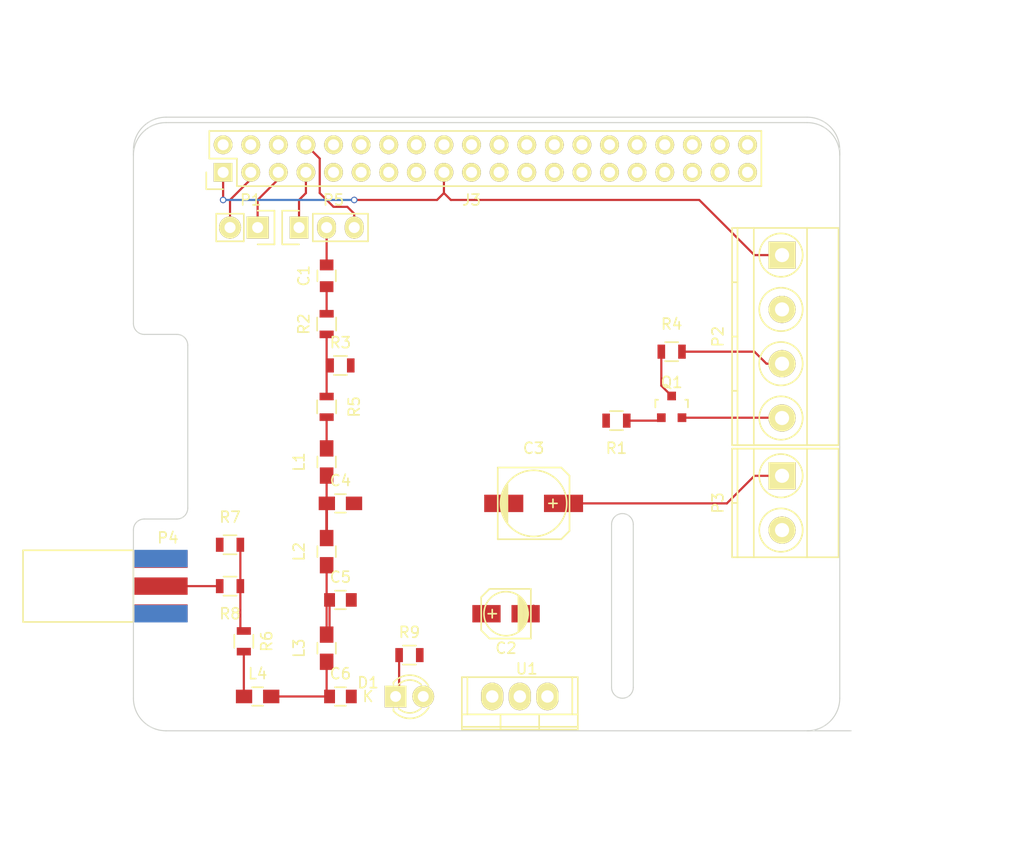
<source format=kicad_pcb>
(kicad_pcb (version 4) (host pcbnew 4.0.2+dfsg1-stable)

  (general
    (links 56)
    (no_connects 27)
    (area 23.005 15.97 129.806429 93.69)
    (thickness 1.6)
    (drawings 39)
    (tracks 70)
    (zones 0)
    (modules 32)
    (nets 47)
  )

  (page A4)
  (title_block
    (title "Raspberry Pi TX 2m")
    (date 2017-01-16)
    (rev "Rev 1")
    (company "Giga Technology")
    (comment 1 "Auther: Anton Janovsky")
  )

  (layers
    (0 F.Cu signal)
    (31 B.Cu signal)
    (32 B.Adhes user)
    (33 F.Adhes user)
    (34 B.Paste user)
    (35 F.Paste user)
    (36 B.SilkS user)
    (37 F.SilkS user)
    (38 B.Mask user)
    (39 F.Mask user)
    (40 Dwgs.User user)
    (41 Cmts.User user)
    (42 Eco1.User user)
    (43 Eco2.User user)
    (44 Edge.Cuts user)
    (45 Margin user)
    (46 B.CrtYd user)
    (47 F.CrtYd user)
    (48 B.Fab user)
    (49 F.Fab user)
  )

  (setup
    (last_trace_width 0.25)
    (user_trace_width 0.01)
    (user_trace_width 0.02)
    (user_trace_width 0.05)
    (user_trace_width 0.1)
    (user_trace_width 0.2)
    (trace_clearance 0.2)
    (zone_clearance 0.508)
    (zone_45_only no)
    (trace_min 0.01)
    (segment_width 0.2)
    (edge_width 0.1)
    (via_size 0.6)
    (via_drill 0.4)
    (via_min_size 0.4)
    (via_min_drill 0.3)
    (uvia_size 0.3)
    (uvia_drill 0.1)
    (uvias_allowed no)
    (uvia_min_size 0.2)
    (uvia_min_drill 0.1)
    (pcb_text_width 0.3)
    (pcb_text_size 1.5 1.5)
    (mod_edge_width 0.15)
    (mod_text_size 1 1)
    (mod_text_width 0.15)
    (pad_size 2.75 2.75)
    (pad_drill 2.75)
    (pad_to_mask_clearance 0)
    (aux_axis_origin 0 0)
    (visible_elements 7FFEFFFF)
    (pcbplotparams
      (layerselection 0x00030_80000001)
      (usegerberextensions false)
      (excludeedgelayer true)
      (linewidth 0.100000)
      (plotframeref false)
      (viasonmask false)
      (mode 1)
      (useauxorigin false)
      (hpglpennumber 1)
      (hpglpenspeed 20)
      (hpglpendiameter 15)
      (hpglpenoverlay 2)
      (psnegative false)
      (psa4output false)
      (plotreference true)
      (plotvalue true)
      (plotinvisibletext false)
      (padsonsilk false)
      (subtractmaskfromsilk false)
      (outputformat 1)
      (mirror false)
      (drillshape 0)
      (scaleselection 1)
      (outputdirectory meta/))
  )

  (net 0 "")
  (net 1 "Net-(C1-Pad1)")
  (net 2 "Net-(C1-Pad2)")
  (net 3 +5V)
  (net 4 GND)
  (net 5 "Net-(C3-Pad1)")
  (net 6 "Net-(C4-Pad1)")
  (net 7 "Net-(C5-Pad1)")
  (net 8 "Net-(C6-Pad1)")
  (net 9 "Net-(D1-Pad1)")
  (net 10 +3V3)
  (net 11 "Net-(J3-Pad3)")
  (net 12 "Net-(J3-Pad5)")
  (net 13 "Net-(J3-Pad7)")
  (net 14 "Net-(J3-Pad8)")
  (net 15 "Net-(J3-Pad10)")
  (net 16 "Net-(J3-Pad11)")
  (net 17 "Net-(J3-Pad12)")
  (net 18 "Net-(J3-Pad13)")
  (net 19 "Net-(J3-Pad15)")
  (net 20 "Net-(J3-Pad16)")
  (net 21 "Net-(J3-Pad18)")
  (net 22 "Net-(J3-Pad19)")
  (net 23 "Net-(J3-Pad21)")
  (net 24 "Net-(J3-Pad22)")
  (net 25 "Net-(J3-Pad23)")
  (net 26 "Net-(J3-Pad24)")
  (net 27 "Net-(J3-Pad26)")
  (net 28 "Net-(J3-Pad27)")
  (net 29 "Net-(J3-Pad28)")
  (net 30 "Net-(J3-Pad29)")
  (net 31 "Net-(J3-Pad31)")
  (net 32 "Net-(J3-Pad32)")
  (net 33 "Net-(J3-Pad33)")
  (net 34 "Net-(J3-Pad35)")
  (net 35 "Net-(J3-Pad36)")
  (net 36 "Net-(J3-Pad37)")
  (net 37 "Net-(J3-Pad38)")
  (net 38 "Net-(J3-Pad40)")
  (net 39 "Net-(L1-Pad1)")
  (net 40 "Net-(L4-Pad1)")
  (net 41 "Net-(P2-Pad3)")
  (net 42 "Net-(P4-Pad1)")
  (net 43 "Net-(Q1-Pad1)")
  (net 44 "Net-(R2-Pad1)")
  (net 45 "Net-(R6-Pad1)")
  (net 46 "Net-(Q1-Pad3)")

  (net_class Default "This is the default net class."
    (clearance 0.2)
    (trace_width 0.25)
    (via_dia 0.6)
    (via_drill 0.4)
    (uvia_dia 0.3)
    (uvia_drill 0.1)
    (add_net +3V3)
    (add_net +5V)
    (add_net GND)
    (add_net "Net-(C1-Pad1)")
    (add_net "Net-(C1-Pad2)")
    (add_net "Net-(C3-Pad1)")
    (add_net "Net-(C4-Pad1)")
    (add_net "Net-(C5-Pad1)")
    (add_net "Net-(C6-Pad1)")
    (add_net "Net-(D1-Pad1)")
    (add_net "Net-(J3-Pad10)")
    (add_net "Net-(J3-Pad11)")
    (add_net "Net-(J3-Pad12)")
    (add_net "Net-(J3-Pad13)")
    (add_net "Net-(J3-Pad15)")
    (add_net "Net-(J3-Pad16)")
    (add_net "Net-(J3-Pad18)")
    (add_net "Net-(J3-Pad19)")
    (add_net "Net-(J3-Pad21)")
    (add_net "Net-(J3-Pad22)")
    (add_net "Net-(J3-Pad23)")
    (add_net "Net-(J3-Pad24)")
    (add_net "Net-(J3-Pad26)")
    (add_net "Net-(J3-Pad27)")
    (add_net "Net-(J3-Pad28)")
    (add_net "Net-(J3-Pad29)")
    (add_net "Net-(J3-Pad3)")
    (add_net "Net-(J3-Pad31)")
    (add_net "Net-(J3-Pad32)")
    (add_net "Net-(J3-Pad33)")
    (add_net "Net-(J3-Pad35)")
    (add_net "Net-(J3-Pad36)")
    (add_net "Net-(J3-Pad37)")
    (add_net "Net-(J3-Pad38)")
    (add_net "Net-(J3-Pad40)")
    (add_net "Net-(J3-Pad5)")
    (add_net "Net-(J3-Pad7)")
    (add_net "Net-(J3-Pad8)")
    (add_net "Net-(L1-Pad1)")
    (add_net "Net-(L4-Pad1)")
    (add_net "Net-(P2-Pad3)")
    (add_net "Net-(P4-Pad1)")
    (add_net "Net-(Q1-Pad1)")
    (add_net "Net-(Q1-Pad3)")
    (add_net "Net-(R2-Pad1)")
    (add_net "Net-(R6-Pad1)")
  )

  (module RPi_Hat:RPi_Hat_Mounting_Hole locked (layer F.Cu) (tedit 55217C7B) (tstamp 5515DEA9)
    (at 97.06 30.67)
    (descr "Mounting hole, Befestigungsbohrung, 2,7mm, No Annular, Kein Restring,")
    (tags "Mounting hole, Befestigungsbohrung, 2,7mm, No Annular, Kein Restring,")
    (fp_text reference "" (at 0 -4.0005) (layer F.SilkS) hide
      (effects (font (size 1 1) (thickness 0.15)))
    )
    (fp_text value "" (at 0.09906 3.59918) (layer F.Fab) hide
      (effects (font (size 1 1) (thickness 0.15)))
    )
    (fp_circle (center 0 0) (end 1.375 0) (layer F.Fab) (width 0.15))
    (fp_circle (center 0 0) (end 3.1 0) (layer F.Fab) (width 0.15))
    (fp_circle (center 0 0) (end 3.1 0) (layer B.Fab) (width 0.15))
    (fp_circle (center 0 0) (end 1.375 0) (layer B.Fab) (width 0.15))
    (fp_circle (center 0 0) (end 3.1 0) (layer F.CrtYd) (width 0.15))
    (fp_circle (center 0 0) (end 3.1 0) (layer B.CrtYd) (width 0.15))
    (pad "" np_thru_hole circle (at 0 0) (size 2.75 2.75) (drill 2.75) (layers *.Cu *.Mask)
      (solder_mask_margin 1.725) (clearance 1.725))
  )

  (module RPi_Hat:RPi_Hat_Mounting_Hole locked (layer F.Cu) (tedit 55217CCB) (tstamp 55169DC9)
    (at 97.06 79.67)
    (descr "Mounting hole, Befestigungsbohrung, 2,7mm, No Annular, Kein Restring,")
    (tags "Mounting hole, Befestigungsbohrung, 2,7mm, No Annular, Kein Restring,")
    (fp_text reference "" (at 0 -4.0005) (layer F.SilkS) hide
      (effects (font (size 1 1) (thickness 0.15)))
    )
    (fp_text value "" (at 0.09906 3.59918) (layer F.Fab) hide
      (effects (font (size 1 1) (thickness 0.15)))
    )
    (fp_circle (center 0 0) (end 1.375 0) (layer F.Fab) (width 0.15))
    (fp_circle (center 0 0) (end 3.1 0) (layer F.Fab) (width 0.15))
    (fp_circle (center 0 0) (end 3.1 0) (layer B.Fab) (width 0.15))
    (fp_circle (center 0 0) (end 1.375 0) (layer B.Fab) (width 0.15))
    (fp_circle (center 0 0) (end 3.1 0) (layer F.CrtYd) (width 0.15))
    (fp_circle (center 0 0) (end 3.1 0) (layer B.CrtYd) (width 0.15))
    (pad "" np_thru_hole circle (at 0 0) (size 2.75 2.75) (drill 2.75) (layers *.Cu *.Mask)
      (solder_mask_margin 1.725) (clearance 1.725))
  )

  (module RPi_Hat:RPi_Hat_Mounting_Hole locked (layer F.Cu) (tedit 55217CB9) (tstamp 5515DECC)
    (at 39.06 79.67)
    (descr "Mounting hole, Befestigungsbohrung, 2,7mm, No Annular, Kein Restring,")
    (tags "Mounting hole, Befestigungsbohrung, 2,7mm, No Annular, Kein Restring,")
    (fp_text reference "" (at 0 -4.0005) (layer F.SilkS) hide
      (effects (font (size 1 1) (thickness 0.15)))
    )
    (fp_text value "" (at 0.09906 3.59918) (layer F.Fab) hide
      (effects (font (size 1 1) (thickness 0.15)))
    )
    (fp_circle (center 0 0) (end 1.375 0) (layer F.Fab) (width 0.15))
    (fp_circle (center 0 0) (end 3.1 0) (layer F.Fab) (width 0.15))
    (fp_circle (center 0 0) (end 3.1 0) (layer B.Fab) (width 0.15))
    (fp_circle (center 0 0) (end 1.375 0) (layer B.Fab) (width 0.15))
    (fp_circle (center 0 0) (end 3.1 0) (layer F.CrtYd) (width 0.15))
    (fp_circle (center 0 0) (end 3.1 0) (layer B.CrtYd) (width 0.15))
    (pad "" np_thru_hole circle (at 0 0) (size 2.75 2.75) (drill 2.75) (layers *.Cu *.Mask)
      (solder_mask_margin 1.725) (clearance 1.725))
  )

  (module RPi_Hat:RPi_Hat_Mounting_Hole locked (layer F.Cu) (tedit 55217CA2) (tstamp 5515DEBF)
    (at 39.06 30.67)
    (descr "Mounting hole, Befestigungsbohrung, 2,7mm, No Annular, Kein Restring,")
    (tags "Mounting hole, Befestigungsbohrung, 2,7mm, No Annular, Kein Restring,")
    (fp_text reference "" (at 0 -4.0005) (layer F.SilkS) hide
      (effects (font (size 1 1) (thickness 0.15)))
    )
    (fp_text value "" (at 0.09906 3.59918) (layer F.Fab) hide
      (effects (font (size 1 1) (thickness 0.15)))
    )
    (fp_circle (center 0 0) (end 1.375 0) (layer F.Fab) (width 0.15))
    (fp_circle (center 0 0) (end 3.1 0) (layer F.Fab) (width 0.15))
    (fp_circle (center 0 0) (end 3.1 0) (layer B.Fab) (width 0.15))
    (fp_circle (center 0 0) (end 1.375 0) (layer B.Fab) (width 0.15))
    (fp_circle (center 0 0) (end 3.1 0) (layer F.CrtYd) (width 0.15))
    (fp_circle (center 0 0) (end 3.1 0) (layer B.CrtYd) (width 0.15))
    (pad "" np_thru_hole circle (at 0 0) (size 2.75 2.75) (drill 2.75) (layers *.Cu *.Mask)
      (solder_mask_margin 1.725) (clearance 1.725))
  )

  (module Capacitors_SMD:C_0805 (layer F.Cu) (tedit 5415D6EA) (tstamp 58836F51)
    (at 53.34 41.275 90)
    (descr "Capacitor SMD 0805, reflow soldering, AVX (see smccp.pdf)")
    (tags "capacitor 0805")
    (path /5873A98D)
    (attr smd)
    (fp_text reference C1 (at 0 -2.1 90) (layer F.SilkS)
      (effects (font (size 1 1) (thickness 0.15)))
    )
    (fp_text value 10nf (at 0 2.1 90) (layer F.Fab)
      (effects (font (size 1 1) (thickness 0.15)))
    )
    (fp_line (start -1.8 -1) (end 1.8 -1) (layer F.CrtYd) (width 0.05))
    (fp_line (start -1.8 1) (end 1.8 1) (layer F.CrtYd) (width 0.05))
    (fp_line (start -1.8 -1) (end -1.8 1) (layer F.CrtYd) (width 0.05))
    (fp_line (start 1.8 -1) (end 1.8 1) (layer F.CrtYd) (width 0.05))
    (fp_line (start 0.5 -0.85) (end -0.5 -0.85) (layer F.SilkS) (width 0.15))
    (fp_line (start -0.5 0.85) (end 0.5 0.85) (layer F.SilkS) (width 0.15))
    (pad 1 smd rect (at -1 0 90) (size 1 1.25) (layers F.Cu F.Paste F.Mask)
      (net 1 "Net-(C1-Pad1)"))
    (pad 2 smd rect (at 1 0 90) (size 1 1.25) (layers F.Cu F.Paste F.Mask)
      (net 2 "Net-(C1-Pad2)"))
    (model Capacitors_SMD.3dshapes/C_0805.wrl
      (at (xyz 0 0 0))
      (scale (xyz 1 1 1))
      (rotate (xyz 0 0 0))
    )
  )

  (module Capacitors_SMD:c_elec_4x5.7 (layer F.Cu) (tedit 556FDF26) (tstamp 58836F6C)
    (at 69.85 72.39 180)
    (descr "SMT capacitor, aluminium electrolytic, 4x5.7")
    (path /587483BD)
    (attr smd)
    (fp_text reference C2 (at 0 -3.175 180) (layer F.SilkS)
      (effects (font (size 1 1) (thickness 0.15)))
    )
    (fp_text value 1uF (at 0 3.175 180) (layer F.Fab)
      (effects (font (size 1 1) (thickness 0.15)))
    )
    (fp_line (start -3.35 -2.65) (end 3.35 -2.65) (layer F.CrtYd) (width 0.05))
    (fp_line (start 3.35 -2.65) (end 3.35 2.65) (layer F.CrtYd) (width 0.05))
    (fp_line (start 3.35 2.65) (end -3.35 2.65) (layer F.CrtYd) (width 0.05))
    (fp_line (start -3.35 2.65) (end -3.35 -2.65) (layer F.CrtYd) (width 0.05))
    (fp_line (start 1.651 0) (end 0.889 0) (layer F.SilkS) (width 0.15))
    (fp_line (start 1.27 -0.381) (end 1.27 0.381) (layer F.SilkS) (width 0.15))
    (fp_line (start 1.524 2.286) (end -2.286 2.286) (layer F.SilkS) (width 0.15))
    (fp_line (start 2.286 -1.524) (end 2.286 1.524) (layer F.SilkS) (width 0.15))
    (fp_line (start 1.524 2.286) (end 2.286 1.524) (layer F.SilkS) (width 0.15))
    (fp_line (start 1.524 -2.286) (end -2.286 -2.286) (layer F.SilkS) (width 0.15))
    (fp_line (start 1.524 -2.286) (end 2.286 -1.524) (layer F.SilkS) (width 0.15))
    (fp_line (start -2.032 0.127) (end -2.032 -0.127) (layer F.SilkS) (width 0.15))
    (fp_line (start -1.905 -0.635) (end -1.905 0.635) (layer F.SilkS) (width 0.15))
    (fp_line (start -1.778 0.889) (end -1.778 -0.889) (layer F.SilkS) (width 0.15))
    (fp_line (start -1.651 1.143) (end -1.651 -1.143) (layer F.SilkS) (width 0.15))
    (fp_line (start -1.524 -1.27) (end -1.524 1.27) (layer F.SilkS) (width 0.15))
    (fp_line (start -1.397 1.397) (end -1.397 -1.397) (layer F.SilkS) (width 0.15))
    (fp_line (start -1.27 -1.524) (end -1.27 1.524) (layer F.SilkS) (width 0.15))
    (fp_line (start -1.143 -1.651) (end -1.143 1.651) (layer F.SilkS) (width 0.15))
    (fp_line (start -2.286 -2.286) (end -2.286 2.286) (layer F.SilkS) (width 0.15))
    (fp_circle (center 0 0) (end -2.032 0) (layer F.SilkS) (width 0.15))
    (pad 1 smd rect (at 1.80086 0 180) (size 2.60096 1.6002) (layers F.Cu F.Paste F.Mask)
      (net 3 +5V))
    (pad 2 smd rect (at -1.80086 0 180) (size 2.60096 1.6002) (layers F.Cu F.Paste F.Mask)
      (net 4 GND))
    (model Capacitors_SMD.3dshapes/c_elec_4x5.7.wrl
      (at (xyz 0 0 0))
      (scale (xyz 1 1 1))
      (rotate (xyz 0 0 0))
    )
  )

  (module Capacitors_SMD:c_elec_6.3x5.7 (layer F.Cu) (tedit 58811D2A) (tstamp 58836F84)
    (at 72.39 62.23)
    (descr "SMT capacitor, aluminium electrolytic, 6.3x5.7")
    (path /5874843A)
    (attr smd)
    (fp_text reference C3 (at 0 -5.08) (layer F.SilkS)
      (effects (font (size 1 1) (thickness 0.15)))
    )
    (fp_text value 47uF (at 0 3.81) (layer F.Fab)
      (effects (font (size 1 1) (thickness 0.15)))
    )
    (fp_line (start -4.85 -3.65) (end 4.85 -3.65) (layer F.CrtYd) (width 0.05))
    (fp_line (start 4.85 -3.65) (end 4.85 3.65) (layer F.CrtYd) (width 0.05))
    (fp_line (start 4.85 3.65) (end -4.85 3.65) (layer F.CrtYd) (width 0.05))
    (fp_line (start -4.85 3.65) (end -4.85 -3.65) (layer F.CrtYd) (width 0.05))
    (fp_line (start -2.921 -0.762) (end -2.921 0.762) (layer F.SilkS) (width 0.15))
    (fp_line (start -2.794 1.143) (end -2.794 -1.143) (layer F.SilkS) (width 0.15))
    (fp_line (start -2.667 -1.397) (end -2.667 1.397) (layer F.SilkS) (width 0.15))
    (fp_line (start -2.54 1.651) (end -2.54 -1.651) (layer F.SilkS) (width 0.15))
    (fp_line (start -2.413 -1.778) (end -2.413 1.778) (layer F.SilkS) (width 0.15))
    (fp_line (start -3.302 -3.302) (end -3.302 3.302) (layer F.SilkS) (width 0.15))
    (fp_line (start -3.302 3.302) (end 2.54 3.302) (layer F.SilkS) (width 0.15))
    (fp_line (start 2.54 3.302) (end 3.302 2.54) (layer F.SilkS) (width 0.15))
    (fp_line (start 3.302 2.54) (end 3.302 -2.54) (layer F.SilkS) (width 0.15))
    (fp_line (start 3.302 -2.54) (end 2.54 -3.302) (layer F.SilkS) (width 0.15))
    (fp_line (start 2.54 -3.302) (end -3.302 -3.302) (layer F.SilkS) (width 0.15))
    (fp_line (start 2.159 0) (end 1.397 0) (layer F.SilkS) (width 0.15))
    (fp_line (start 1.778 -0.381) (end 1.778 0.381) (layer F.SilkS) (width 0.15))
    (fp_circle (center 0 0) (end -3.048 0) (layer F.SilkS) (width 0.15))
    (pad 1 smd rect (at 2.75082 0) (size 3.59918 1.6002) (layers F.Cu F.Paste F.Mask)
      (net 5 "Net-(C3-Pad1)"))
    (pad 2 smd rect (at -2.75082 0) (size 3.59918 1.6002) (layers F.Cu F.Paste F.Mask)
      (net 4 GND))
    (model Capacitors_SMD.3dshapes/c_elec_6.3x5.7.wrl
      (at (xyz 0 0 0))
      (scale (xyz 1 1 1))
      (rotate (xyz 0 0 0))
    )
  )

  (module Capacitors_SMD:C_0805_HandSoldering (layer F.Cu) (tedit 541A9B8D) (tstamp 58836F90)
    (at 54.61 62.23)
    (descr "Capacitor SMD 0805, hand soldering")
    (tags "capacitor 0805")
    (path /5873B26E)
    (attr smd)
    (fp_text reference C4 (at 0 -2.1) (layer F.SilkS)
      (effects (font (size 1 1) (thickness 0.15)))
    )
    (fp_text value 33pF (at 0 2.1) (layer F.Fab)
      (effects (font (size 1 1) (thickness 0.15)))
    )
    (fp_line (start -2.3 -1) (end 2.3 -1) (layer F.CrtYd) (width 0.05))
    (fp_line (start -2.3 1) (end 2.3 1) (layer F.CrtYd) (width 0.05))
    (fp_line (start -2.3 -1) (end -2.3 1) (layer F.CrtYd) (width 0.05))
    (fp_line (start 2.3 -1) (end 2.3 1) (layer F.CrtYd) (width 0.05))
    (fp_line (start 0.5 -0.85) (end -0.5 -0.85) (layer F.SilkS) (width 0.15))
    (fp_line (start -0.5 0.85) (end 0.5 0.85) (layer F.SilkS) (width 0.15))
    (pad 1 smd rect (at -1.25 0) (size 1.5 1.25) (layers F.Cu F.Paste F.Mask)
      (net 6 "Net-(C4-Pad1)"))
    (pad 2 smd rect (at 1.25 0) (size 1.5 1.25) (layers F.Cu F.Paste F.Mask)
      (net 4 GND))
    (model Capacitors_SMD.3dshapes/C_0805_HandSoldering.wrl
      (at (xyz 0 0 0))
      (scale (xyz 1 1 1))
      (rotate (xyz 0 0 0))
    )
  )

  (module Capacitors_SMD:C_0805 (layer F.Cu) (tedit 5415D6EA) (tstamp 58836F9C)
    (at 54.61 71.12)
    (descr "Capacitor SMD 0805, reflow soldering, AVX (see smccp.pdf)")
    (tags "capacitor 0805")
    (path /5873B29D)
    (attr smd)
    (fp_text reference C5 (at 0 -2.1) (layer F.SilkS)
      (effects (font (size 1 1) (thickness 0.15)))
    )
    (fp_text value 36pF (at 0 2.1) (layer F.Fab)
      (effects (font (size 1 1) (thickness 0.15)))
    )
    (fp_line (start -1.8 -1) (end 1.8 -1) (layer F.CrtYd) (width 0.05))
    (fp_line (start -1.8 1) (end 1.8 1) (layer F.CrtYd) (width 0.05))
    (fp_line (start -1.8 -1) (end -1.8 1) (layer F.CrtYd) (width 0.05))
    (fp_line (start 1.8 -1) (end 1.8 1) (layer F.CrtYd) (width 0.05))
    (fp_line (start 0.5 -0.85) (end -0.5 -0.85) (layer F.SilkS) (width 0.15))
    (fp_line (start -0.5 0.85) (end 0.5 0.85) (layer F.SilkS) (width 0.15))
    (pad 1 smd rect (at -1 0) (size 1 1.25) (layers F.Cu F.Paste F.Mask)
      (net 7 "Net-(C5-Pad1)"))
    (pad 2 smd rect (at 1 0) (size 1 1.25) (layers F.Cu F.Paste F.Mask)
      (net 4 GND))
    (model Capacitors_SMD.3dshapes/C_0805.wrl
      (at (xyz 0 0 0))
      (scale (xyz 1 1 1))
      (rotate (xyz 0 0 0))
    )
  )

  (module Capacitors_SMD:C_0805 (layer F.Cu) (tedit 5415D6EA) (tstamp 58836FA8)
    (at 54.61 80.01)
    (descr "Capacitor SMD 0805, reflow soldering, AVX (see smccp.pdf)")
    (tags "capacitor 0805")
    (path /587BD58E)
    (attr smd)
    (fp_text reference C6 (at 0 -2.1) (layer F.SilkS)
      (effects (font (size 1 1) (thickness 0.15)))
    )
    (fp_text value 33pF (at 0 2.1) (layer F.Fab)
      (effects (font (size 1 1) (thickness 0.15)))
    )
    (fp_line (start -1.8 -1) (end 1.8 -1) (layer F.CrtYd) (width 0.05))
    (fp_line (start -1.8 1) (end 1.8 1) (layer F.CrtYd) (width 0.05))
    (fp_line (start -1.8 -1) (end -1.8 1) (layer F.CrtYd) (width 0.05))
    (fp_line (start 1.8 -1) (end 1.8 1) (layer F.CrtYd) (width 0.05))
    (fp_line (start 0.5 -0.85) (end -0.5 -0.85) (layer F.SilkS) (width 0.15))
    (fp_line (start -0.5 0.85) (end 0.5 0.85) (layer F.SilkS) (width 0.15))
    (pad 1 smd rect (at -1 0) (size 1 1.25) (layers F.Cu F.Paste F.Mask)
      (net 8 "Net-(C6-Pad1)"))
    (pad 2 smd rect (at 1 0) (size 1 1.25) (layers F.Cu F.Paste F.Mask)
      (net 4 GND))
    (model Capacitors_SMD.3dshapes/C_0805.wrl
      (at (xyz 0 0 0))
      (scale (xyz 1 1 1))
      (rotate (xyz 0 0 0))
    )
  )

  (module LEDs:LED-3MM (layer F.Cu) (tedit 58811F88) (tstamp 58836FB9)
    (at 59.69 80.01)
    (descr "LED 3mm round vertical")
    (tags "LED  3mm round vertical")
    (path /587C1CAF)
    (fp_text reference D1 (at -2.54 -1.27) (layer F.SilkS)
      (effects (font (size 1 1) (thickness 0.15)))
    )
    (fp_text value LED (at 1.3 -2.9) (layer F.Fab)
      (effects (font (size 1 1) (thickness 0.15)))
    )
    (fp_line (start -1.2 2.3) (end 3.8 2.3) (layer F.CrtYd) (width 0.05))
    (fp_line (start 3.8 2.3) (end 3.8 -2.2) (layer F.CrtYd) (width 0.05))
    (fp_line (start 3.8 -2.2) (end -1.2 -2.2) (layer F.CrtYd) (width 0.05))
    (fp_line (start -1.2 -2.2) (end -1.2 2.3) (layer F.CrtYd) (width 0.05))
    (fp_line (start -0.199 1.314) (end -0.199 1.114) (layer F.SilkS) (width 0.15))
    (fp_line (start -0.199 -1.28) (end -0.199 -1.1) (layer F.SilkS) (width 0.15))
    (fp_arc (start 1.301 0.034) (end -0.199 -1.286) (angle 108.5) (layer F.SilkS) (width 0.15))
    (fp_arc (start 1.301 0.034) (end 0.25 -1.1) (angle 85.7) (layer F.SilkS) (width 0.15))
    (fp_arc (start 1.311 0.034) (end 3.051 0.994) (angle 110) (layer F.SilkS) (width 0.15))
    (fp_arc (start 1.301 0.034) (end 2.335 1.094) (angle 87.5) (layer F.SilkS) (width 0.15))
    (fp_text user K (at -2.54 0) (layer F.SilkS)
      (effects (font (size 1 1) (thickness 0.15)))
    )
    (pad 1 thru_hole rect (at 0 0 90) (size 2 2) (drill 1.00076) (layers *.Cu *.Mask F.SilkS)
      (net 9 "Net-(D1-Pad1)"))
    (pad 2 thru_hole circle (at 2.54 0) (size 2 2) (drill 1.00076) (layers *.Cu *.Mask F.SilkS)
      (net 3 +5V))
    (model LEDs.3dshapes/LED-3MM.wrl
      (at (xyz 0.05 0 0))
      (scale (xyz 1 1 1))
      (rotate (xyz 0 0 90))
    )
  )

  (module Pin_Headers:Pin_Header_Straight_2x20 (layer F.Cu) (tedit 587FD268) (tstamp 58836FF1)
    (at 43.815 31.75 90)
    (descr "Through hole pin header")
    (tags "pin header")
    (path /5873A850)
    (fp_text reference J3 (at -2.54 22.86 180) (layer F.SilkS)
      (effects (font (size 1 1) (thickness 0.15)))
    )
    (fp_text value RPi_GPIO (at 0 -3.1 90) (layer F.Fab)
      (effects (font (size 1 1) (thickness 0.15)))
    )
    (fp_line (start -1.75 -1.75) (end -1.75 50.05) (layer F.CrtYd) (width 0.05))
    (fp_line (start 4.3 -1.75) (end 4.3 50.05) (layer F.CrtYd) (width 0.05))
    (fp_line (start -1.75 -1.75) (end 4.3 -1.75) (layer F.CrtYd) (width 0.05))
    (fp_line (start -1.75 50.05) (end 4.3 50.05) (layer F.CrtYd) (width 0.05))
    (fp_line (start 3.81 49.53) (end 3.81 -1.27) (layer F.SilkS) (width 0.15))
    (fp_line (start -1.27 1.27) (end -1.27 49.53) (layer F.SilkS) (width 0.15))
    (fp_line (start 3.81 49.53) (end -1.27 49.53) (layer F.SilkS) (width 0.15))
    (fp_line (start 3.81 -1.27) (end 1.27 -1.27) (layer F.SilkS) (width 0.15))
    (fp_line (start 0 -1.55) (end -1.55 -1.55) (layer F.SilkS) (width 0.15))
    (fp_line (start 1.27 -1.27) (end 1.27 1.27) (layer F.SilkS) (width 0.15))
    (fp_line (start 1.27 1.27) (end -1.27 1.27) (layer F.SilkS) (width 0.15))
    (fp_line (start -1.55 -1.55) (end -1.55 0) (layer F.SilkS) (width 0.15))
    (pad 1 thru_hole rect (at 0 0 90) (size 1.7272 1.7272) (drill 1.016) (layers *.Cu *.Mask F.SilkS)
      (net 10 +3V3))
    (pad 2 thru_hole oval (at 2.54 0 90) (size 1.7272 1.7272) (drill 1.016) (layers *.Cu *.Mask F.SilkS)
      (net 3 +5V))
    (pad 3 thru_hole oval (at 0 2.54 90) (size 1.7272 1.7272) (drill 1.016) (layers *.Cu *.Mask F.SilkS)
      (net 11 "Net-(J3-Pad3)"))
    (pad 4 thru_hole oval (at 2.54 2.54 90) (size 1.7272 1.7272) (drill 1.016) (layers *.Cu *.Mask F.SilkS)
      (net 3 +5V))
    (pad 5 thru_hole oval (at 0 5.08 90) (size 1.7272 1.7272) (drill 1.016) (layers *.Cu *.Mask F.SilkS)
      (net 12 "Net-(J3-Pad5)"))
    (pad 6 thru_hole oval (at 2.54 5.08 90) (size 1.7272 1.7272) (drill 1.016) (layers *.Cu *.Mask F.SilkS)
      (net 4 GND))
    (pad 7 thru_hole oval (at 0 7.62 90) (size 1.7272 1.7272) (drill 1.016) (layers *.Cu *.Mask F.SilkS)
      (net 13 "Net-(J3-Pad7)"))
    (pad 8 thru_hole oval (at 2.54 7.62 90) (size 1.7272 1.7272) (drill 1.016) (layers *.Cu *.Mask F.SilkS)
      (net 14 "Net-(J3-Pad8)"))
    (pad 9 thru_hole oval (at 0 10.16 90) (size 1.7272 1.7272) (drill 1.016) (layers *.Cu *.Mask F.SilkS)
      (net 4 GND))
    (pad 10 thru_hole oval (at 2.54 10.16 90) (size 1.7272 1.7272) (drill 1.016) (layers *.Cu *.Mask F.SilkS)
      (net 15 "Net-(J3-Pad10)"))
    (pad 11 thru_hole oval (at 0 12.7 90) (size 1.7272 1.7272) (drill 1.016) (layers *.Cu *.Mask F.SilkS)
      (net 16 "Net-(J3-Pad11)"))
    (pad 12 thru_hole oval (at 2.54 12.7 90) (size 1.7272 1.7272) (drill 1.016) (layers *.Cu *.Mask F.SilkS)
      (net 17 "Net-(J3-Pad12)"))
    (pad 13 thru_hole oval (at 0 15.24 90) (size 1.7272 1.7272) (drill 1.016) (layers *.Cu *.Mask F.SilkS)
      (net 18 "Net-(J3-Pad13)"))
    (pad 14 thru_hole oval (at 2.54 15.24 90) (size 1.7272 1.7272) (drill 1.016) (layers *.Cu *.Mask F.SilkS)
      (net 4 GND))
    (pad 15 thru_hole oval (at 0 17.78 90) (size 1.7272 1.7272) (drill 1.016) (layers *.Cu *.Mask F.SilkS)
      (net 19 "Net-(J3-Pad15)"))
    (pad 16 thru_hole oval (at 2.54 17.78 90) (size 1.7272 1.7272) (drill 1.016) (layers *.Cu *.Mask F.SilkS)
      (net 20 "Net-(J3-Pad16)"))
    (pad 17 thru_hole oval (at 0 20.32 90) (size 1.7272 1.7272) (drill 1.016) (layers *.Cu *.Mask F.SilkS)
      (net 10 +3V3))
    (pad 18 thru_hole oval (at 2.54 20.32 90) (size 1.7272 1.7272) (drill 1.016) (layers *.Cu *.Mask F.SilkS)
      (net 21 "Net-(J3-Pad18)"))
    (pad 19 thru_hole oval (at 0 22.86 90) (size 1.7272 1.7272) (drill 1.016) (layers *.Cu *.Mask F.SilkS)
      (net 22 "Net-(J3-Pad19)"))
    (pad 20 thru_hole oval (at 2.54 22.86 90) (size 1.7272 1.7272) (drill 1.016) (layers *.Cu *.Mask F.SilkS)
      (net 4 GND))
    (pad 21 thru_hole oval (at 0 25.4 90) (size 1.7272 1.7272) (drill 1.016) (layers *.Cu *.Mask F.SilkS)
      (net 23 "Net-(J3-Pad21)"))
    (pad 22 thru_hole oval (at 2.54 25.4 90) (size 1.7272 1.7272) (drill 1.016) (layers *.Cu *.Mask F.SilkS)
      (net 24 "Net-(J3-Pad22)"))
    (pad 23 thru_hole oval (at 0 27.94 90) (size 1.7272 1.7272) (drill 1.016) (layers *.Cu *.Mask F.SilkS)
      (net 25 "Net-(J3-Pad23)"))
    (pad 24 thru_hole oval (at 2.54 27.94 90) (size 1.7272 1.7272) (drill 1.016) (layers *.Cu *.Mask F.SilkS)
      (net 26 "Net-(J3-Pad24)"))
    (pad 25 thru_hole oval (at 0 30.48 90) (size 1.7272 1.7272) (drill 1.016) (layers *.Cu *.Mask F.SilkS)
      (net 4 GND))
    (pad 26 thru_hole oval (at 2.54 30.48 90) (size 1.7272 1.7272) (drill 1.016) (layers *.Cu *.Mask F.SilkS)
      (net 27 "Net-(J3-Pad26)"))
    (pad 27 thru_hole oval (at 0 33.02 90) (size 1.7272 1.7272) (drill 1.016) (layers *.Cu *.Mask F.SilkS)
      (net 28 "Net-(J3-Pad27)"))
    (pad 28 thru_hole oval (at 2.54 33.02 90) (size 1.7272 1.7272) (drill 1.016) (layers *.Cu *.Mask F.SilkS)
      (net 29 "Net-(J3-Pad28)"))
    (pad 29 thru_hole oval (at 0 35.56 90) (size 1.7272 1.7272) (drill 1.016) (layers *.Cu *.Mask F.SilkS)
      (net 30 "Net-(J3-Pad29)"))
    (pad 30 thru_hole oval (at 2.54 35.56 90) (size 1.7272 1.7272) (drill 1.016) (layers *.Cu *.Mask F.SilkS)
      (net 4 GND))
    (pad 31 thru_hole oval (at 0 38.1 90) (size 1.7272 1.7272) (drill 1.016) (layers *.Cu *.Mask F.SilkS)
      (net 31 "Net-(J3-Pad31)"))
    (pad 32 thru_hole oval (at 2.54 38.1 90) (size 1.7272 1.7272) (drill 1.016) (layers *.Cu *.Mask F.SilkS)
      (net 32 "Net-(J3-Pad32)"))
    (pad 33 thru_hole oval (at 0 40.64 90) (size 1.7272 1.7272) (drill 1.016) (layers *.Cu *.Mask F.SilkS)
      (net 33 "Net-(J3-Pad33)"))
    (pad 34 thru_hole oval (at 2.54 40.64 90) (size 1.7272 1.7272) (drill 1.016) (layers *.Cu *.Mask F.SilkS)
      (net 4 GND))
    (pad 35 thru_hole oval (at 0 43.18 90) (size 1.7272 1.7272) (drill 1.016) (layers *.Cu *.Mask F.SilkS)
      (net 34 "Net-(J3-Pad35)"))
    (pad 36 thru_hole oval (at 2.54 43.18 90) (size 1.7272 1.7272) (drill 1.016) (layers *.Cu *.Mask F.SilkS)
      (net 35 "Net-(J3-Pad36)"))
    (pad 37 thru_hole oval (at 0 45.72 90) (size 1.7272 1.7272) (drill 1.016) (layers *.Cu *.Mask F.SilkS)
      (net 36 "Net-(J3-Pad37)"))
    (pad 38 thru_hole oval (at 2.54 45.72 90) (size 1.7272 1.7272) (drill 1.016) (layers *.Cu *.Mask F.SilkS)
      (net 37 "Net-(J3-Pad38)"))
    (pad 39 thru_hole oval (at 0 48.26 90) (size 1.7272 1.7272) (drill 1.016) (layers *.Cu *.Mask F.SilkS)
      (net 4 GND))
    (pad 40 thru_hole oval (at 2.54 48.26 90) (size 1.7272 1.7272) (drill 1.016) (layers *.Cu *.Mask F.SilkS)
      (net 38 "Net-(J3-Pad40)"))
    (model Pin_Headers.3dshapes/Pin_Header_Straight_2x20.wrl
      (at (xyz 0.05 -0.95 0))
      (scale (xyz 1 1 1))
      (rotate (xyz 0 0 90))
    )
  )

  (module Capacitors_SMD:C_0805_HandSoldering (layer F.Cu) (tedit 58811A75) (tstamp 58836FFD)
    (at 53.34 58.42 270)
    (descr "Capacitor SMD 0805, hand soldering")
    (tags "capacitor 0805")
    (path /5873B10A)
    (attr smd)
    (fp_text reference L1 (at 0 2.54 270) (layer F.SilkS)
      (effects (font (size 1 1) (thickness 0.15)))
    )
    (fp_text value 56nH (at 0 2.1 270) (layer F.Fab)
      (effects (font (size 1 1) (thickness 0.15)))
    )
    (fp_line (start -2.3 -1) (end 2.3 -1) (layer F.CrtYd) (width 0.05))
    (fp_line (start -2.3 1) (end 2.3 1) (layer F.CrtYd) (width 0.05))
    (fp_line (start -2.3 -1) (end -2.3 1) (layer F.CrtYd) (width 0.05))
    (fp_line (start 2.3 -1) (end 2.3 1) (layer F.CrtYd) (width 0.05))
    (fp_line (start 0.5 -0.85) (end -0.5 -0.85) (layer F.SilkS) (width 0.15))
    (fp_line (start -0.5 0.85) (end 0.5 0.85) (layer F.SilkS) (width 0.15))
    (pad 1 smd rect (at -1.25 0 270) (size 1.5 1.25) (layers F.Cu F.Paste F.Mask)
      (net 39 "Net-(L1-Pad1)"))
    (pad 2 smd rect (at 1.25 0 270) (size 1.5 1.25) (layers F.Cu F.Paste F.Mask)
      (net 6 "Net-(C4-Pad1)"))
    (model Capacitors_SMD.3dshapes/C_0805_HandSoldering.wrl
      (at (xyz 0 0 0))
      (scale (xyz 1 1 1))
      (rotate (xyz 0 0 0))
    )
  )

  (module Capacitors_SMD:C_0805_HandSoldering (layer F.Cu) (tedit 58811A79) (tstamp 58837009)
    (at 53.34 66.675 270)
    (descr "Capacitor SMD 0805, hand soldering")
    (tags "capacitor 0805")
    (path /5873B03F)
    (attr smd)
    (fp_text reference L2 (at 0 2.54 270) (layer F.SilkS)
      (effects (font (size 1 1) (thickness 0.15)))
    )
    (fp_text value 110nH (at 0 2.1 270) (layer F.Fab)
      (effects (font (size 1 1) (thickness 0.15)))
    )
    (fp_line (start -2.3 -1) (end 2.3 -1) (layer F.CrtYd) (width 0.05))
    (fp_line (start -2.3 1) (end 2.3 1) (layer F.CrtYd) (width 0.05))
    (fp_line (start -2.3 -1) (end -2.3 1) (layer F.CrtYd) (width 0.05))
    (fp_line (start 2.3 -1) (end 2.3 1) (layer F.CrtYd) (width 0.05))
    (fp_line (start 0.5 -0.85) (end -0.5 -0.85) (layer F.SilkS) (width 0.15))
    (fp_line (start -0.5 0.85) (end 0.5 0.85) (layer F.SilkS) (width 0.15))
    (pad 1 smd rect (at -1.25 0 270) (size 1.5 1.25) (layers F.Cu F.Paste F.Mask)
      (net 6 "Net-(C4-Pad1)"))
    (pad 2 smd rect (at 1.25 0 270) (size 1.5 1.25) (layers F.Cu F.Paste F.Mask)
      (net 7 "Net-(C5-Pad1)"))
    (model Capacitors_SMD.3dshapes/C_0805_HandSoldering.wrl
      (at (xyz 0 0 0))
      (scale (xyz 1 1 1))
      (rotate (xyz 0 0 0))
    )
  )

  (module Capacitors_SMD:C_0805_HandSoldering (layer F.Cu) (tedit 58811A7E) (tstamp 58837015)
    (at 53.34 75.565 270)
    (descr "Capacitor SMD 0805, hand soldering")
    (tags "capacitor 0805")
    (path /5873B231)
    (attr smd)
    (fp_text reference L3 (at 0 2.54 270) (layer F.SilkS)
      (effects (font (size 1 1) (thickness 0.15)))
    )
    (fp_text value 110nH (at 0 2.1 270) (layer F.Fab)
      (effects (font (size 1 1) (thickness 0.15)))
    )
    (fp_line (start -2.3 -1) (end 2.3 -1) (layer F.CrtYd) (width 0.05))
    (fp_line (start -2.3 1) (end 2.3 1) (layer F.CrtYd) (width 0.05))
    (fp_line (start -2.3 -1) (end -2.3 1) (layer F.CrtYd) (width 0.05))
    (fp_line (start 2.3 -1) (end 2.3 1) (layer F.CrtYd) (width 0.05))
    (fp_line (start 0.5 -0.85) (end -0.5 -0.85) (layer F.SilkS) (width 0.15))
    (fp_line (start -0.5 0.85) (end 0.5 0.85) (layer F.SilkS) (width 0.15))
    (pad 1 smd rect (at -1.25 0 270) (size 1.5 1.25) (layers F.Cu F.Paste F.Mask)
      (net 7 "Net-(C5-Pad1)"))
    (pad 2 smd rect (at 1.25 0 270) (size 1.5 1.25) (layers F.Cu F.Paste F.Mask)
      (net 8 "Net-(C6-Pad1)"))
    (model Capacitors_SMD.3dshapes/C_0805_HandSoldering.wrl
      (at (xyz 0 0 0))
      (scale (xyz 1 1 1))
      (rotate (xyz 0 0 0))
    )
  )

  (module Capacitors_SMD:C_0805_HandSoldering (layer F.Cu) (tedit 541A9B8D) (tstamp 58837021)
    (at 46.99 80.01)
    (descr "Capacitor SMD 0805, hand soldering")
    (tags "capacitor 0805")
    (path /587BD666)
    (attr smd)
    (fp_text reference L4 (at 0 -2.1) (layer F.SilkS)
      (effects (font (size 1 1) (thickness 0.15)))
    )
    (fp_text value 56nH (at 0 2.1) (layer F.Fab)
      (effects (font (size 1 1) (thickness 0.15)))
    )
    (fp_line (start -2.3 -1) (end 2.3 -1) (layer F.CrtYd) (width 0.05))
    (fp_line (start -2.3 1) (end 2.3 1) (layer F.CrtYd) (width 0.05))
    (fp_line (start -2.3 -1) (end -2.3 1) (layer F.CrtYd) (width 0.05))
    (fp_line (start 2.3 -1) (end 2.3 1) (layer F.CrtYd) (width 0.05))
    (fp_line (start 0.5 -0.85) (end -0.5 -0.85) (layer F.SilkS) (width 0.15))
    (fp_line (start -0.5 0.85) (end 0.5 0.85) (layer F.SilkS) (width 0.15))
    (pad 1 smd rect (at -1.25 0) (size 1.5 1.25) (layers F.Cu F.Paste F.Mask)
      (net 40 "Net-(L4-Pad1)"))
    (pad 2 smd rect (at 1.25 0) (size 1.5 1.25) (layers F.Cu F.Paste F.Mask)
      (net 8 "Net-(C6-Pad1)"))
    (model Capacitors_SMD.3dshapes/C_0805_HandSoldering.wrl
      (at (xyz 0 0 0))
      (scale (xyz 1 1 1))
      (rotate (xyz 0 0 0))
    )
  )

  (module Pin_Headers:Pin_Header_Straight_1x03 (layer F.Cu) (tedit 587FD204) (tstamp 58837033)
    (at 50.8 36.83 90)
    (descr "Through hole pin header")
    (tags "pin header")
    (path /5873B3A6)
    (fp_text reference P1 (at 2.54 -4.445 180) (layer F.SilkS)
      (effects (font (size 1 1) (thickness 0.15)))
    )
    (fp_text value 3Sip100 (at 0 -3.1 90) (layer F.Fab)
      (effects (font (size 1 1) (thickness 0.15)))
    )
    (fp_line (start -1.75 -1.75) (end -1.75 6.85) (layer F.CrtYd) (width 0.05))
    (fp_line (start 1.75 -1.75) (end 1.75 6.85) (layer F.CrtYd) (width 0.05))
    (fp_line (start -1.75 -1.75) (end 1.75 -1.75) (layer F.CrtYd) (width 0.05))
    (fp_line (start -1.75 6.85) (end 1.75 6.85) (layer F.CrtYd) (width 0.05))
    (fp_line (start -1.27 1.27) (end -1.27 6.35) (layer F.SilkS) (width 0.15))
    (fp_line (start -1.27 6.35) (end 1.27 6.35) (layer F.SilkS) (width 0.15))
    (fp_line (start 1.27 6.35) (end 1.27 1.27) (layer F.SilkS) (width 0.15))
    (fp_line (start 1.55 -1.55) (end 1.55 0) (layer F.SilkS) (width 0.15))
    (fp_line (start 1.27 1.27) (end -1.27 1.27) (layer F.SilkS) (width 0.15))
    (fp_line (start -1.55 0) (end -1.55 -1.55) (layer F.SilkS) (width 0.15))
    (fp_line (start -1.55 -1.55) (end 1.55 -1.55) (layer F.SilkS) (width 0.15))
    (pad 1 thru_hole rect (at 0 0 90) (size 2.032 1.7272) (drill 1.016) (layers *.Cu *.Mask F.SilkS)
      (net 13 "Net-(J3-Pad7)"))
    (pad 2 thru_hole oval (at 0 2.54 90) (size 2.032 1.7272) (drill 1.016) (layers *.Cu *.Mask F.SilkS)
      (net 2 "Net-(C1-Pad2)"))
    (pad 3 thru_hole oval (at 0 5.08 90) (size 2.032 1.7272) (drill 1.016) (layers *.Cu *.Mask F.SilkS)
      (net 14 "Net-(J3-Pad8)"))
    (model Pin_Headers.3dshapes/Pin_Header_Straight_1x03.wrl
      (at (xyz 0 -0.1 0))
      (scale (xyz 1 1 1))
      (rotate (xyz 0 0 90))
    )
  )

  (module Bacar:SMA_Edge (layer F.Cu) (tedit 587FD281) (tstamp 588370DA)
    (at 38.1 69.85 90)
    (path /587D7F9F)
    (fp_text reference P4 (at 4.445 0.635 180) (layer F.SilkS)
      (effects (font (size 1 1) (thickness 0.15)))
    )
    (fp_text value SMA (at 0 -13.97 90) (layer F.Fab)
      (effects (font (size 1 1) (thickness 0.15)))
    )
    (fp_line (start -3.3 -2.54) (end 3.3 -2.54) (layer F.SilkS) (width 0.15))
    (fp_line (start -3.3 -12.7) (end -3.3 -2.54) (layer F.SilkS) (width 0.15))
    (fp_line (start 3.3 -12.7) (end -3.3 -12.7) (layer F.SilkS) (width 0.15))
    (fp_line (start 3.3 -12.7) (end 3.3 -2.54) (layer F.SilkS) (width 0.15))
    (pad 1 connect rect (at 0 0 90) (size 1.6 4.9) (layers F.Cu F.Mask)
      (net 42 "Net-(P4-Pad1)"))
    (pad 2 connect rect (at -2.48 0 90) (size 1.6 4.9) (layers F.Cu F.Mask)
      (net 4 GND))
    (pad 2 smd rect (at 2.48 0 90) (size 1.6 4.9) (layers F.Cu F.Paste F.Mask)
      (net 4 GND))
    (pad 2 smd rect (at 2.54 0 90) (size 1.6 4.9) (layers B.Cu F.Paste F.Mask)
      (net 4 GND))
    (pad 2 smd rect (at -2.54 0 90) (size 1.6 4.9) (layers B.Cu F.Paste F.Mask)
      (net 4 GND))
  )

  (module Pin_Headers:Pin_Header_Straight_1x02 (layer F.Cu) (tedit 587FD1F3) (tstamp 588370EB)
    (at 46.99 36.83 270)
    (descr "Through hole pin header")
    (tags "pin header")
    (path /587C1A9B)
    (fp_text reference P5 (at -2.54 -6.985 360) (layer F.SilkS)
      (effects (font (size 1 1) (thickness 0.15)))
    )
    (fp_text value CONN_01X02 (at 0 -3.1 270) (layer F.Fab)
      (effects (font (size 1 1) (thickness 0.15)))
    )
    (fp_line (start 1.27 1.27) (end 1.27 3.81) (layer F.SilkS) (width 0.15))
    (fp_line (start 1.55 -1.55) (end 1.55 0) (layer F.SilkS) (width 0.15))
    (fp_line (start -1.75 -1.75) (end -1.75 4.3) (layer F.CrtYd) (width 0.05))
    (fp_line (start 1.75 -1.75) (end 1.75 4.3) (layer F.CrtYd) (width 0.05))
    (fp_line (start -1.75 -1.75) (end 1.75 -1.75) (layer F.CrtYd) (width 0.05))
    (fp_line (start -1.75 4.3) (end 1.75 4.3) (layer F.CrtYd) (width 0.05))
    (fp_line (start 1.27 1.27) (end -1.27 1.27) (layer F.SilkS) (width 0.15))
    (fp_line (start -1.55 0) (end -1.55 -1.55) (layer F.SilkS) (width 0.15))
    (fp_line (start -1.55 -1.55) (end 1.55 -1.55) (layer F.SilkS) (width 0.15))
    (fp_line (start -1.27 1.27) (end -1.27 3.81) (layer F.SilkS) (width 0.15))
    (fp_line (start -1.27 3.81) (end 1.27 3.81) (layer F.SilkS) (width 0.15))
    (pad 1 thru_hole rect (at 0 0 270) (size 2.032 2.032) (drill 1.016) (layers *.Cu *.Mask F.SilkS)
      (net 12 "Net-(J3-Pad5)"))
    (pad 2 thru_hole oval (at 0 2.54 270) (size 2.032 2.032) (drill 1.016) (layers *.Cu *.Mask F.SilkS)
      (net 11 "Net-(J3-Pad3)"))
    (model Pin_Headers.3dshapes/Pin_Header_Straight_1x02.wrl
      (at (xyz 0 -0.05 0))
      (scale (xyz 1 1 1))
      (rotate (xyz 0 0 90))
    )
  )

  (module Resistors_SMD:R_0805 (layer F.Cu) (tedit 58811C6D) (tstamp 58837107)
    (at 80.01 54.61 180)
    (descr "Resistor SMD 0805, reflow soldering, Vishay (see dcrcw.pdf)")
    (tags "resistor 0805")
    (path /5873C587)
    (attr smd)
    (fp_text reference R1 (at 0 -2.54 180) (layer F.SilkS)
      (effects (font (size 1 1) (thickness 0.15)))
    )
    (fp_text value 4k7 (at 0 2.1 180) (layer F.Fab)
      (effects (font (size 1 1) (thickness 0.15)))
    )
    (fp_line (start -1.6 -1) (end 1.6 -1) (layer F.CrtYd) (width 0.05))
    (fp_line (start -1.6 1) (end 1.6 1) (layer F.CrtYd) (width 0.05))
    (fp_line (start -1.6 -1) (end -1.6 1) (layer F.CrtYd) (width 0.05))
    (fp_line (start 1.6 -1) (end 1.6 1) (layer F.CrtYd) (width 0.05))
    (fp_line (start 0.6 0.875) (end -0.6 0.875) (layer F.SilkS) (width 0.15))
    (fp_line (start -0.6 -0.875) (end 0.6 -0.875) (layer F.SilkS) (width 0.15))
    (pad 1 smd rect (at -0.95 0 180) (size 0.7 1.3) (layers F.Cu F.Paste F.Mask)
      (net 43 "Net-(Q1-Pad1)"))
    (pad 2 smd rect (at 0.95 0 180) (size 0.7 1.3) (layers F.Cu F.Paste F.Mask)
      (net 17 "Net-(J3-Pad12)"))
    (model Resistors_SMD.3dshapes/R_0805.wrl
      (at (xyz 0 0 0))
      (scale (xyz 1 1 1))
      (rotate (xyz 0 0 0))
    )
  )

  (module Resistors_SMD:R_0805 (layer F.Cu) (tedit 5415CDEB) (tstamp 58837113)
    (at 53.34 45.72 90)
    (descr "Resistor SMD 0805, reflow soldering, Vishay (see dcrcw.pdf)")
    (tags "resistor 0805")
    (path /5873AFD2)
    (attr smd)
    (fp_text reference R2 (at 0 -2.1 90) (layer F.SilkS)
      (effects (font (size 1 1) (thickness 0.15)))
    )
    (fp_text value 0 (at 0 2.1 90) (layer F.Fab)
      (effects (font (size 1 1) (thickness 0.15)))
    )
    (fp_line (start -1.6 -1) (end 1.6 -1) (layer F.CrtYd) (width 0.05))
    (fp_line (start -1.6 1) (end 1.6 1) (layer F.CrtYd) (width 0.05))
    (fp_line (start -1.6 -1) (end -1.6 1) (layer F.CrtYd) (width 0.05))
    (fp_line (start 1.6 -1) (end 1.6 1) (layer F.CrtYd) (width 0.05))
    (fp_line (start 0.6 0.875) (end -0.6 0.875) (layer F.SilkS) (width 0.15))
    (fp_line (start -0.6 -0.875) (end 0.6 -0.875) (layer F.SilkS) (width 0.15))
    (pad 1 smd rect (at -0.95 0 90) (size 0.7 1.3) (layers F.Cu F.Paste F.Mask)
      (net 44 "Net-(R2-Pad1)"))
    (pad 2 smd rect (at 0.95 0 90) (size 0.7 1.3) (layers F.Cu F.Paste F.Mask)
      (net 1 "Net-(C1-Pad1)"))
    (model Resistors_SMD.3dshapes/R_0805.wrl
      (at (xyz 0 0 0))
      (scale (xyz 1 1 1))
      (rotate (xyz 0 0 0))
    )
  )

  (module Resistors_SMD:R_0805 (layer F.Cu) (tedit 5415CDEB) (tstamp 5883711F)
    (at 54.61 49.53)
    (descr "Resistor SMD 0805, reflow soldering, Vishay (see dcrcw.pdf)")
    (tags "resistor 0805")
    (path /5873AF72)
    (attr smd)
    (fp_text reference R3 (at 0 -2.1) (layer F.SilkS)
      (effects (font (size 1 1) (thickness 0.15)))
    )
    (fp_text value oc (at 0 2.1) (layer F.Fab)
      (effects (font (size 1 1) (thickness 0.15)))
    )
    (fp_line (start -1.6 -1) (end 1.6 -1) (layer F.CrtYd) (width 0.05))
    (fp_line (start -1.6 1) (end 1.6 1) (layer F.CrtYd) (width 0.05))
    (fp_line (start -1.6 -1) (end -1.6 1) (layer F.CrtYd) (width 0.05))
    (fp_line (start 1.6 -1) (end 1.6 1) (layer F.CrtYd) (width 0.05))
    (fp_line (start 0.6 0.875) (end -0.6 0.875) (layer F.SilkS) (width 0.15))
    (fp_line (start -0.6 -0.875) (end 0.6 -0.875) (layer F.SilkS) (width 0.15))
    (pad 1 smd rect (at -0.95 0) (size 0.7 1.3) (layers F.Cu F.Paste F.Mask)
      (net 44 "Net-(R2-Pad1)"))
    (pad 2 smd rect (at 0.95 0) (size 0.7 1.3) (layers F.Cu F.Paste F.Mask)
      (net 4 GND))
    (model Resistors_SMD.3dshapes/R_0805.wrl
      (at (xyz 0 0 0))
      (scale (xyz 1 1 1))
      (rotate (xyz 0 0 0))
    )
  )

  (module Resistors_SMD:R_0805 (layer F.Cu) (tedit 58811C65) (tstamp 5883712B)
    (at 85.09 48.26 180)
    (descr "Resistor SMD 0805, reflow soldering, Vishay (see dcrcw.pdf)")
    (tags "resistor 0805")
    (path /5873C605)
    (attr smd)
    (fp_text reference R4 (at 0 2.54 180) (layer F.SilkS)
      (effects (font (size 1 1) (thickness 0.15)))
    )
    (fp_text value 0 (at 0 2.1 180) (layer F.Fab)
      (effects (font (size 1 1) (thickness 0.15)))
    )
    (fp_line (start -1.6 -1) (end 1.6 -1) (layer F.CrtYd) (width 0.05))
    (fp_line (start -1.6 1) (end 1.6 1) (layer F.CrtYd) (width 0.05))
    (fp_line (start -1.6 -1) (end -1.6 1) (layer F.CrtYd) (width 0.05))
    (fp_line (start 1.6 -1) (end 1.6 1) (layer F.CrtYd) (width 0.05))
    (fp_line (start 0.6 0.875) (end -0.6 0.875) (layer F.SilkS) (width 0.15))
    (fp_line (start -0.6 -0.875) (end 0.6 -0.875) (layer F.SilkS) (width 0.15))
    (pad 1 smd rect (at -0.95 0 180) (size 0.7 1.3) (layers F.Cu F.Paste F.Mask)
      (net 41 "Net-(P2-Pad3)"))
    (pad 2 smd rect (at 0.95 0 180) (size 0.7 1.3) (layers F.Cu F.Paste F.Mask)
      (net 46 "Net-(Q1-Pad3)"))
    (model Resistors_SMD.3dshapes/R_0805.wrl
      (at (xyz 0 0 0))
      (scale (xyz 1 1 1))
      (rotate (xyz 0 0 0))
    )
  )

  (module Resistors_SMD:R_0805 (layer F.Cu) (tedit 58811A6F) (tstamp 58837137)
    (at 53.34 53.34 90)
    (descr "Resistor SMD 0805, reflow soldering, Vishay (see dcrcw.pdf)")
    (tags "resistor 0805")
    (path /5873B001)
    (attr smd)
    (fp_text reference R5 (at 0 2.54 90) (layer F.SilkS)
      (effects (font (size 1 1) (thickness 0.15)))
    )
    (fp_text value 0 (at 0 2.1 90) (layer F.Fab)
      (effects (font (size 1 1) (thickness 0.15)))
    )
    (fp_line (start -1.6 -1) (end 1.6 -1) (layer F.CrtYd) (width 0.05))
    (fp_line (start -1.6 1) (end 1.6 1) (layer F.CrtYd) (width 0.05))
    (fp_line (start -1.6 -1) (end -1.6 1) (layer F.CrtYd) (width 0.05))
    (fp_line (start 1.6 -1) (end 1.6 1) (layer F.CrtYd) (width 0.05))
    (fp_line (start 0.6 0.875) (end -0.6 0.875) (layer F.SilkS) (width 0.15))
    (fp_line (start -0.6 -0.875) (end 0.6 -0.875) (layer F.SilkS) (width 0.15))
    (pad 1 smd rect (at -0.95 0 90) (size 0.7 1.3) (layers F.Cu F.Paste F.Mask)
      (net 39 "Net-(L1-Pad1)"))
    (pad 2 smd rect (at 0.95 0 90) (size 0.7 1.3) (layers F.Cu F.Paste F.Mask)
      (net 44 "Net-(R2-Pad1)"))
    (model Resistors_SMD.3dshapes/R_0805.wrl
      (at (xyz 0 0 0))
      (scale (xyz 1 1 1))
      (rotate (xyz 0 0 0))
    )
  )

  (module Resistors_SMD:R_0805 (layer F.Cu) (tedit 5415CDEB) (tstamp 58837143)
    (at 45.72 74.93 270)
    (descr "Resistor SMD 0805, reflow soldering, Vishay (see dcrcw.pdf)")
    (tags "resistor 0805")
    (path /5873BCC2)
    (attr smd)
    (fp_text reference R6 (at 0 -2.1 270) (layer F.SilkS)
      (effects (font (size 1 1) (thickness 0.15)))
    )
    (fp_text value 0 (at 0 2.1 270) (layer F.Fab)
      (effects (font (size 1 1) (thickness 0.15)))
    )
    (fp_line (start -1.6 -1) (end 1.6 -1) (layer F.CrtYd) (width 0.05))
    (fp_line (start -1.6 1) (end 1.6 1) (layer F.CrtYd) (width 0.05))
    (fp_line (start -1.6 -1) (end -1.6 1) (layer F.CrtYd) (width 0.05))
    (fp_line (start 1.6 -1) (end 1.6 1) (layer F.CrtYd) (width 0.05))
    (fp_line (start 0.6 0.875) (end -0.6 0.875) (layer F.SilkS) (width 0.15))
    (fp_line (start -0.6 -0.875) (end 0.6 -0.875) (layer F.SilkS) (width 0.15))
    (pad 1 smd rect (at -0.95 0 270) (size 0.7 1.3) (layers F.Cu F.Paste F.Mask)
      (net 45 "Net-(R6-Pad1)"))
    (pad 2 smd rect (at 0.95 0 270) (size 0.7 1.3) (layers F.Cu F.Paste F.Mask)
      (net 40 "Net-(L4-Pad1)"))
    (model Resistors_SMD.3dshapes/R_0805.wrl
      (at (xyz 0 0 0))
      (scale (xyz 1 1 1))
      (rotate (xyz 0 0 0))
    )
  )

  (module Resistors_SMD:R_0805 (layer F.Cu) (tedit 58811A9B) (tstamp 5883714F)
    (at 44.45 66.04 180)
    (descr "Resistor SMD 0805, reflow soldering, Vishay (see dcrcw.pdf)")
    (tags "resistor 0805")
    (path /5873BD2A)
    (attr smd)
    (fp_text reference R7 (at 0 2.54 180) (layer F.SilkS)
      (effects (font (size 1 1) (thickness 0.15)))
    )
    (fp_text value oc (at 0 2.1 180) (layer F.Fab)
      (effects (font (size 1 1) (thickness 0.15)))
    )
    (fp_line (start -1.6 -1) (end 1.6 -1) (layer F.CrtYd) (width 0.05))
    (fp_line (start -1.6 1) (end 1.6 1) (layer F.CrtYd) (width 0.05))
    (fp_line (start -1.6 -1) (end -1.6 1) (layer F.CrtYd) (width 0.05))
    (fp_line (start 1.6 -1) (end 1.6 1) (layer F.CrtYd) (width 0.05))
    (fp_line (start 0.6 0.875) (end -0.6 0.875) (layer F.SilkS) (width 0.15))
    (fp_line (start -0.6 -0.875) (end 0.6 -0.875) (layer F.SilkS) (width 0.15))
    (pad 1 smd rect (at -0.95 0 180) (size 0.7 1.3) (layers F.Cu F.Paste F.Mask)
      (net 45 "Net-(R6-Pad1)"))
    (pad 2 smd rect (at 0.95 0 180) (size 0.7 1.3) (layers F.Cu F.Paste F.Mask)
      (net 4 GND))
    (model Resistors_SMD.3dshapes/R_0805.wrl
      (at (xyz 0 0 0))
      (scale (xyz 1 1 1))
      (rotate (xyz 0 0 0))
    )
  )

  (module Resistors_SMD:R_0805 (layer F.Cu) (tedit 58811A97) (tstamp 5883715B)
    (at 44.45 69.85)
    (descr "Resistor SMD 0805, reflow soldering, Vishay (see dcrcw.pdf)")
    (tags "resistor 0805")
    (path /5873BCF5)
    (attr smd)
    (fp_text reference R8 (at 0 2.54) (layer F.SilkS)
      (effects (font (size 1 1) (thickness 0.15)))
    )
    (fp_text value 0 (at 0 2.1) (layer F.Fab)
      (effects (font (size 1 1) (thickness 0.15)))
    )
    (fp_line (start -1.6 -1) (end 1.6 -1) (layer F.CrtYd) (width 0.05))
    (fp_line (start -1.6 1) (end 1.6 1) (layer F.CrtYd) (width 0.05))
    (fp_line (start -1.6 -1) (end -1.6 1) (layer F.CrtYd) (width 0.05))
    (fp_line (start 1.6 -1) (end 1.6 1) (layer F.CrtYd) (width 0.05))
    (fp_line (start 0.6 0.875) (end -0.6 0.875) (layer F.SilkS) (width 0.15))
    (fp_line (start -0.6 -0.875) (end 0.6 -0.875) (layer F.SilkS) (width 0.15))
    (pad 1 smd rect (at -0.95 0) (size 0.7 1.3) (layers F.Cu F.Paste F.Mask)
      (net 42 "Net-(P4-Pad1)"))
    (pad 2 smd rect (at 0.95 0) (size 0.7 1.3) (layers F.Cu F.Paste F.Mask)
      (net 45 "Net-(R6-Pad1)"))
    (model Resistors_SMD.3dshapes/R_0805.wrl
      (at (xyz 0 0 0))
      (scale (xyz 1 1 1))
      (rotate (xyz 0 0 0))
    )
  )

  (module Resistors_SMD:R_0805 (layer F.Cu) (tedit 5415CDEB) (tstamp 58837167)
    (at 60.96 76.2)
    (descr "Resistor SMD 0805, reflow soldering, Vishay (see dcrcw.pdf)")
    (tags "resistor 0805")
    (path /587C1E09)
    (attr smd)
    (fp_text reference R9 (at 0 -2.1) (layer F.SilkS)
      (effects (font (size 1 1) (thickness 0.15)))
    )
    (fp_text value 250 (at 0 2.1) (layer F.Fab)
      (effects (font (size 1 1) (thickness 0.15)))
    )
    (fp_line (start -1.6 -1) (end 1.6 -1) (layer F.CrtYd) (width 0.05))
    (fp_line (start -1.6 1) (end 1.6 1) (layer F.CrtYd) (width 0.05))
    (fp_line (start -1.6 -1) (end -1.6 1) (layer F.CrtYd) (width 0.05))
    (fp_line (start 1.6 -1) (end 1.6 1) (layer F.CrtYd) (width 0.05))
    (fp_line (start 0.6 0.875) (end -0.6 0.875) (layer F.SilkS) (width 0.15))
    (fp_line (start -0.6 -0.875) (end 0.6 -0.875) (layer F.SilkS) (width 0.15))
    (pad 1 smd rect (at -0.95 0) (size 0.7 1.3) (layers F.Cu F.Paste F.Mask)
      (net 9 "Net-(D1-Pad1)"))
    (pad 2 smd rect (at 0.95 0) (size 0.7 1.3) (layers F.Cu F.Paste F.Mask)
      (net 4 GND))
    (model Resistors_SMD.3dshapes/R_0805.wrl
      (at (xyz 0 0 0))
      (scale (xyz 1 1 1))
      (rotate (xyz 0 0 0))
    )
  )

  (module Power_Integrations:TO-220 (layer F.Cu) (tedit 587FC5CF) (tstamp 58837178)
    (at 71.12 80.01 180)
    (descr "Non Isolated JEDEC TO-220 Package")
    (tags "Power Integration YN Package")
    (path /5874847B)
    (fp_text reference U1 (at -0.635 2.54 180) (layer F.SilkS)
      (effects (font (size 1 1) (thickness 0.15)))
    )
    (fp_text value "L4940V5  1.5A" (at 0 -4.318 180) (layer F.Fab)
      (effects (font (size 1 1) (thickness 0.15)))
    )
    (fp_line (start 4.826 -1.651) (end 4.826 1.778) (layer F.SilkS) (width 0.15))
    (fp_line (start -4.826 -1.651) (end -4.826 1.778) (layer F.SilkS) (width 0.15))
    (fp_line (start 5.334 -2.794) (end -5.334 -2.794) (layer F.SilkS) (width 0.15))
    (fp_line (start 1.778 -1.778) (end 1.778 -3.048) (layer F.SilkS) (width 0.15))
    (fp_line (start -1.778 -1.778) (end -1.778 -3.048) (layer F.SilkS) (width 0.15))
    (fp_line (start -5.334 -1.651) (end 5.334 -1.651) (layer F.SilkS) (width 0.15))
    (fp_line (start 5.334 1.778) (end -5.334 1.778) (layer F.SilkS) (width 0.15))
    (fp_line (start -5.334 -3.048) (end -5.334 1.778) (layer F.SilkS) (width 0.15))
    (fp_line (start 5.334 -3.048) (end 5.334 1.778) (layer F.SilkS) (width 0.15))
    (fp_line (start 5.334 -3.048) (end -5.334 -3.048) (layer F.SilkS) (width 0.15))
    (pad 2 thru_hole oval (at 0 0 180) (size 2.032 2.54) (drill 1.143) (layers *.Cu *.Mask F.SilkS)
      (net 4 GND))
    (pad 3 thru_hole oval (at 2.54 0 180) (size 2.032 2.54) (drill 1.143) (layers *.Cu *.Mask F.SilkS)
      (net 3 +5V))
    (pad 1 thru_hole oval (at -2.54 0 180) (size 2.032 2.54) (drill 1.143) (layers *.Cu *.Mask F.SilkS)
      (net 5 "Net-(C3-Pad1)"))
  )

  (module Terminal_Blocks:TerminalBlock_Pheonix_MKDS1.5-4pol (layer F.Cu) (tedit 56300847) (tstamp 58890A51)
    (at 95.25 39.37 270)
    (descr "4-way 5mm pitch terminal block, Phoenix MKDS series")
    (path /5873CB85)
    (fp_text reference P2 (at 7.5 5.9 270) (layer F.SilkS)
      (effects (font (size 1 1) (thickness 0.15)))
    )
    (fp_text value 4Sip200 (at 7.5 -6.6 270) (layer F.Fab)
      (effects (font (size 1 1) (thickness 0.15)))
    )
    (fp_line (start -2.7 -5.4) (end 17.7 -5.4) (layer F.CrtYd) (width 0.05))
    (fp_line (start -2.7 4.8) (end -2.7 -5.4) (layer F.CrtYd) (width 0.05))
    (fp_line (start 17.7 4.8) (end -2.7 4.8) (layer F.CrtYd) (width 0.05))
    (fp_line (start 17.7 -5.4) (end 17.7 4.8) (layer F.CrtYd) (width 0.05))
    (fp_line (start 12.5 4.1) (end 12.5 4.6) (layer F.SilkS) (width 0.15))
    (fp_circle (center 15 0.1) (end 13 0.1) (layer F.SilkS) (width 0.15))
    (fp_circle (center 10 0.1) (end 8 0.1) (layer F.SilkS) (width 0.15))
    (fp_line (start 7.5 4.1) (end 7.5 4.6) (layer F.SilkS) (width 0.15))
    (fp_line (start 2.5 4.1) (end 2.5 4.6) (layer F.SilkS) (width 0.15))
    (fp_circle (center 5 0.1) (end 3 0.1) (layer F.SilkS) (width 0.15))
    (fp_circle (center 0 0.1) (end 2 0.1) (layer F.SilkS) (width 0.15))
    (fp_line (start -2.5 2.6) (end 17.5 2.6) (layer F.SilkS) (width 0.15))
    (fp_line (start -2.5 -2.3) (end 17.5 -2.3) (layer F.SilkS) (width 0.15))
    (fp_line (start -2.5 4.1) (end 17.5 4.1) (layer F.SilkS) (width 0.15))
    (fp_line (start -2.5 4.6) (end 17.5 4.6) (layer F.SilkS) (width 0.15))
    (fp_line (start 17.5 4.6) (end 17.5 -5.2) (layer F.SilkS) (width 0.15))
    (fp_line (start 17.5 -5.2) (end -2.5 -5.2) (layer F.SilkS) (width 0.15))
    (fp_line (start -2.5 -5.2) (end -2.5 4.6) (layer F.SilkS) (width 0.15))
    (pad 4 thru_hole circle (at 15 0 270) (size 2.5 2.5) (drill 1.3) (layers *.Cu *.Mask F.SilkS)
      (net 4 GND))
    (pad 3 thru_hole circle (at 10 0 270) (size 2.5 2.5) (drill 1.3) (layers *.Cu *.Mask F.SilkS)
      (net 41 "Net-(P2-Pad3)"))
    (pad 1 thru_hole rect (at 0 0 270) (size 2.5 2.5) (drill 1.3) (layers *.Cu *.Mask F.SilkS)
      (net 10 +3V3))
    (pad 2 thru_hole circle (at 5 0 270) (size 2.5 2.5) (drill 1.3) (layers *.Cu *.Mask F.SilkS)
      (net 3 +5V))
    (model Terminal_Blocks.3dshapes/TerminalBlock_Pheonix_MKDS1.5-4pol.wrl
      (at (xyz 0.2953 0 0))
      (scale (xyz 1 1 1))
      (rotate (xyz 0 0 0))
    )
  )

  (module Terminal_Blocks:TerminalBlock_Pheonix_MKDS1.5-2pol (layer F.Cu) (tedit 563007E4) (tstamp 58890A57)
    (at 95.25 59.69 270)
    (descr "2-way 5mm pitch terminal block, Phoenix MKDS series")
    (path /58748276)
    (fp_text reference P3 (at 2.5 5.9 270) (layer F.SilkS)
      (effects (font (size 1 1) (thickness 0.15)))
    )
    (fp_text value 2Sip200 (at 2.5 -6.6 270) (layer F.Fab)
      (effects (font (size 1 1) (thickness 0.15)))
    )
    (fp_line (start -2.7 -5.4) (end 7.7 -5.4) (layer F.CrtYd) (width 0.05))
    (fp_line (start -2.7 4.8) (end -2.7 -5.4) (layer F.CrtYd) (width 0.05))
    (fp_line (start 7.7 4.8) (end -2.7 4.8) (layer F.CrtYd) (width 0.05))
    (fp_line (start 7.7 -5.4) (end 7.7 4.8) (layer F.CrtYd) (width 0.05))
    (fp_line (start 2.5 4.1) (end 2.5 4.6) (layer F.SilkS) (width 0.15))
    (fp_circle (center 5 0.1) (end 3 0.1) (layer F.SilkS) (width 0.15))
    (fp_circle (center 0 0.1) (end 2 0.1) (layer F.SilkS) (width 0.15))
    (fp_line (start -2.5 2.6) (end 7.5 2.6) (layer F.SilkS) (width 0.15))
    (fp_line (start -2.5 -2.3) (end 7.5 -2.3) (layer F.SilkS) (width 0.15))
    (fp_line (start -2.5 4.1) (end 7.5 4.1) (layer F.SilkS) (width 0.15))
    (fp_line (start -2.5 4.6) (end 7.5 4.6) (layer F.SilkS) (width 0.15))
    (fp_line (start 7.5 4.6) (end 7.5 -5.2) (layer F.SilkS) (width 0.15))
    (fp_line (start 7.5 -5.2) (end -2.5 -5.2) (layer F.SilkS) (width 0.15))
    (fp_line (start -2.5 -5.2) (end -2.5 4.6) (layer F.SilkS) (width 0.15))
    (pad 1 thru_hole rect (at 0 0 270) (size 2.5 2.5) (drill 1.3) (layers *.Cu *.Mask F.SilkS)
      (net 5 "Net-(C3-Pad1)"))
    (pad 2 thru_hole circle (at 5 0 270) (size 2.5 2.5) (drill 1.3) (layers *.Cu *.Mask F.SilkS)
      (net 4 GND))
    (model Terminal_Blocks.3dshapes/TerminalBlock_Pheonix_MKDS1.5-2pol.wrl
      (at (xyz 0.0984 0 0))
      (scale (xyz 1 1 1))
      (rotate (xyz 0 0 0))
    )
  )

  (module TO_SOT_Packages_SMD:SOT-23 (layer F.Cu) (tedit 553634F8) (tstamp 58890B8C)
    (at 85.09 53.34)
    (descr "SOT-23, Standard")
    (tags SOT-23)
    (path /58890E81)
    (attr smd)
    (fp_text reference Q1 (at 0 -2.25) (layer F.SilkS)
      (effects (font (size 1 1) (thickness 0.15)))
    )
    (fp_text value BC817-40 (at 0 2.3) (layer F.Fab)
      (effects (font (size 1 1) (thickness 0.15)))
    )
    (fp_line (start -1.65 -1.6) (end 1.65 -1.6) (layer F.CrtYd) (width 0.05))
    (fp_line (start 1.65 -1.6) (end 1.65 1.6) (layer F.CrtYd) (width 0.05))
    (fp_line (start 1.65 1.6) (end -1.65 1.6) (layer F.CrtYd) (width 0.05))
    (fp_line (start -1.65 1.6) (end -1.65 -1.6) (layer F.CrtYd) (width 0.05))
    (fp_line (start 1.29916 -0.65024) (end 1.2509 -0.65024) (layer F.SilkS) (width 0.15))
    (fp_line (start -1.49982 0.0508) (end -1.49982 -0.65024) (layer F.SilkS) (width 0.15))
    (fp_line (start -1.49982 -0.65024) (end -1.2509 -0.65024) (layer F.SilkS) (width 0.15))
    (fp_line (start 1.29916 -0.65024) (end 1.49982 -0.65024) (layer F.SilkS) (width 0.15))
    (fp_line (start 1.49982 -0.65024) (end 1.49982 0.0508) (layer F.SilkS) (width 0.15))
    (pad 1 smd rect (at -0.95 1.00076) (size 0.8001 0.8001) (layers F.Cu F.Paste F.Mask)
      (net 43 "Net-(Q1-Pad1)"))
    (pad 2 smd rect (at 0.95 1.00076) (size 0.8001 0.8001) (layers F.Cu F.Paste F.Mask)
      (net 4 GND))
    (pad 3 smd rect (at 0 -0.99822) (size 0.8001 0.8001) (layers F.Cu F.Paste F.Mask)
      (net 46 "Net-(Q1-Pad3)"))
    (model TO_SOT_Packages_SMD.3dshapes/SOT-23.wrl
      (at (xyz 0 0 0))
      (scale (xyz 1 1 1))
      (rotate (xyz 0 0 0))
    )
  )

  (gr_text "http://www.giga.co.za\nZR6AIC Raspberry Pi 2m TX\n" (at 62.23 55.88 90) (layer F.Mask)
    (effects (font (size 1.5 1.5) (thickness 0.3)))
  )
  (dimension 56 (width 0.15) (layer Dwgs.User)
    (gr_text "56 mm (Thru-hole socket J2)" (at 110.91 55.17 270) (layer Dwgs.User)
      (effects (font (size 1.5 1.5) (thickness 0.15)))
    )
    (feature1 (pts (xy 101.56 83.17) (xy 112.26 83.17)))
    (feature2 (pts (xy 101.56 27.17) (xy 112.26 27.17)))
    (crossbar (pts (xy 109.56 27.17) (xy 109.56 83.17)))
    (arrow1a (pts (xy 109.56 83.17) (xy 108.973579 82.043496)))
    (arrow1b (pts (xy 109.56 83.17) (xy 110.146421 82.043496)))
    (arrow2a (pts (xy 109.56 27.17) (xy 108.973579 28.296504)))
    (arrow2b (pts (xy 109.56 27.17) (xy 110.146421 28.296504)))
  )
  (gr_arc (start 97.56 30.17) (end 97.56 27.17) (angle 90) (layer Edge.Cuts) (width 0.1) (tstamp 5516A74C))
  (gr_line (start 38.56 27.17) (end 97.56 27.17) (angle 90) (layer Edge.Cuts) (width 0.1) (tstamp 5516A726))
  (gr_arc (start 38.56 30.17) (end 35.56 30.17) (angle 90) (layer Edge.Cuts) (width 0.1) (tstamp 5516A6F0))
  (dimension 11.5 (width 0.15) (layer Dwgs.User)
    (gr_text "11.5 mm" (at 74.710001 77.42 270) (layer Dwgs.User)
      (effects (font (size 1.5 1.5) (thickness 0.15)))
    )
    (feature1 (pts (xy 78.56 83.17) (xy 73.360001 83.17)))
    (feature2 (pts (xy 78.56 71.67) (xy 73.360001 71.67)))
    (crossbar (pts (xy 76.060001 71.67) (xy 76.060001 83.17)))
    (arrow1a (pts (xy 76.060001 83.17) (xy 75.47358 82.043496)))
    (arrow1b (pts (xy 76.060001 83.17) (xy 76.646422 82.043496)))
    (arrow2a (pts (xy 76.060001 71.67) (xy 75.47358 72.796504)))
    (arrow2b (pts (xy 76.060001 71.67) (xy 76.646422 72.796504)))
  )
  (dimension 2 (width 0.15) (layer Dwgs.User) (tstamp 5516A8F7)
    (gr_text "2 mm" (at 85.31 85.705) (layer Dwgs.User) (tstamp 5516A8F8)
      (effects (font (size 1.5 1.5) (thickness 0.15)))
    )
    (feature1 (pts (xy 81.56 88.205) (xy 81.56 83.005001)))
    (feature2 (pts (xy 79.56 88.205) (xy 79.56 83.005001)))
    (crossbar (pts (xy 79.56 85.705001) (xy 81.56 85.705001)))
    (arrow1a (pts (xy 81.56 85.705001) (xy 80.433496 86.291422)))
    (arrow1b (pts (xy 81.56 85.705001) (xy 80.433496 85.11858)))
    (arrow2a (pts (xy 79.56 85.705001) (xy 80.686504 86.291422)))
    (arrow2b (pts (xy 79.56 85.705001) (xy 80.686504 85.11858)))
  )
  (dimension 17 (width 0.15) (layer Dwgs.User)
    (gr_text "17 mm" (at 86.91 71.67 270) (layer Dwgs.User)
      (effects (font (size 1.5 1.5) (thickness 0.15)))
    )
    (feature1 (pts (xy 82.56 80.17) (xy 88.26 80.17)))
    (feature2 (pts (xy 82.56 63.17) (xy 88.26 63.17)))
    (crossbar (pts (xy 85.56 63.17) (xy 85.56 80.17)))
    (arrow1a (pts (xy 85.56 80.17) (xy 84.973579 79.043496)))
    (arrow1b (pts (xy 85.56 80.17) (xy 86.146421 79.043496)))
    (arrow2a (pts (xy 85.56 63.17) (xy 84.973579 64.296504)))
    (arrow2b (pts (xy 85.56 63.17) (xy 86.146421 64.296504)))
  )
  (dimension 3.5 (width 0.15) (layer Dwgs.User)
    (gr_text "3.5 mm" (at 44.06 86.67) (layer Dwgs.User)
      (effects (font (size 1.5 1.5) (thickness 0.15)))
    )
    (feature1 (pts (xy 39.06 84.17) (xy 39.06 89.37)))
    (feature2 (pts (xy 35.56 84.17) (xy 35.56 89.37)))
    (crossbar (pts (xy 35.56 86.67) (xy 39.06 86.67)))
    (arrow1a (pts (xy 39.06 86.67) (xy 37.933496 87.256421)))
    (arrow1b (pts (xy 39.06 86.67) (xy 37.933496 86.083579)))
    (arrow2a (pts (xy 35.56 86.67) (xy 36.686504 87.256421)))
    (arrow2b (pts (xy 35.56 86.67) (xy 36.686504 86.083579)))
  )
  (dimension 3.5 (width 0.15) (layer Dwgs.User) (tstamp 55169E80)
    (gr_text "3.5 mm" (at 33.745 74.92 270) (layer Dwgs.User) (tstamp 55169E81)
      (effects (font (size 1.5 1.5) (thickness 0.15)))
    )
    (feature1 (pts (xy 30.495 83.17) (xy 36.195 83.17)))
    (feature2 (pts (xy 30.495 79.67) (xy 36.195 79.67)))
    (crossbar (pts (xy 33.495 79.67) (xy 33.495 83.17)))
    (arrow1a (pts (xy 33.495 83.17) (xy 32.908579 82.043496)))
    (arrow1b (pts (xy 33.495 83.17) (xy 34.081421 82.043496)))
    (arrow2a (pts (xy 33.495 79.67) (xy 32.908579 80.796504)))
    (arrow2b (pts (xy 33.495 79.67) (xy 34.081421 80.796504)))
  )
  (dimension 49 (width 0.15) (layer Dwgs.User)
    (gr_text "49 mm" (at 105.909999 55.17 270) (layer Dwgs.User)
      (effects (font (size 1.5 1.5) (thickness 0.15)))
    )
    (feature1 (pts (xy 101.56 79.67) (xy 107.259999 79.67)))
    (feature2 (pts (xy 101.56 30.67) (xy 107.259999 30.67)))
    (crossbar (pts (xy 104.559999 30.67) (xy 104.559999 79.67)))
    (arrow1a (pts (xy 104.559999 79.67) (xy 103.973578 78.543496)))
    (arrow1b (pts (xy 104.559999 79.67) (xy 105.14642 78.543496)))
    (arrow2a (pts (xy 104.559999 30.67) (xy 103.973578 31.796504)))
    (arrow2b (pts (xy 104.559999 30.67) (xy 105.14642 31.796504)))
  )
  (dimension 19.5 (width 0.15) (layer Dwgs.User) (tstamp 55169DA3)
    (gr_text "19.5 mm" (at 30.21 73.42 270) (layer Dwgs.User) (tstamp 55169DA4)
      (effects (font (size 1.5 1.5) (thickness 0.15)))
    )
    (feature1 (pts (xy 34.56 83.17) (xy 28.86 83.17)))
    (feature2 (pts (xy 34.56 63.67) (xy 28.86 63.67)))
    (crossbar (pts (xy 31.56 63.67) (xy 31.56 83.17)))
    (arrow1a (pts (xy 31.56 83.17) (xy 30.973579 82.043496)))
    (arrow1b (pts (xy 31.56 83.17) (xy 32.146421 82.043496)))
    (arrow2a (pts (xy 31.56 63.67) (xy 30.973579 64.796504)))
    (arrow2b (pts (xy 31.56 63.67) (xy 32.146421 64.796504)))
  )
  (dimension 17 (width 0.15) (layer Dwgs.User)
    (gr_text "17 mm" (at 32.385 55.245 270) (layer Dwgs.User)
      (effects (font (size 1.5 1.5) (thickness 0.15)))
    )
    (feature1 (pts (xy 35.21 63.67) (xy 39.91 63.67)))
    (feature2 (pts (xy 35.21 46.67) (xy 39.91 46.67)))
    (crossbar (pts (xy 37.21 46.67) (xy 37.21 63.67)))
    (arrow1a (pts (xy 37.21 63.67) (xy 36.623579 62.543496)))
    (arrow1b (pts (xy 37.21 63.67) (xy 37.796421 62.543496)))
    (arrow2a (pts (xy 37.21 46.67) (xy 36.623579 47.796504)))
    (arrow2b (pts (xy 37.21 46.67) (xy 37.796421 47.796504)))
  )
  (dimension 5 (width 0.15) (layer Dwgs.User)
    (gr_text "5 mm" (at 37.96 44.67) (layer Dwgs.User)
      (effects (font (size 1.5 1.5) (thickness 0.15)))
    )
    (feature1 (pts (xy 34.21 46.67) (xy 34.21 41.97)))
    (feature2 (pts (xy 29.21 46.67) (xy 29.21 41.97)))
    (crossbar (pts (xy 29.21 44.67) (xy 34.21 44.67)))
    (arrow1a (pts (xy 34.21 44.67) (xy 33.083496 45.256421)))
    (arrow1b (pts (xy 34.21 44.67) (xy 33.083496 44.083579)))
    (arrow2a (pts (xy 29.21 44.67) (xy 30.336504 45.256421)))
    (arrow2b (pts (xy 29.21 44.67) (xy 30.336504 44.083579)))
  )
  (dimension 29 (width 0.15) (layer Dwgs.User)
    (gr_text "29 mm" (at 53.34 25.4) (layer Dwgs.User)
      (effects (font (size 1.5 1.5) (thickness 0.15)))
    )
    (feature1 (pts (xy 68.06 34.67) (xy 68.06 39.869999)))
    (feature2 (pts (xy 39.06 34.67) (xy 39.06 39.869999)))
    (crossbar (pts (xy 39.06 37.169999) (xy 68.06 37.169999)))
    (arrow1a (pts (xy 68.06 37.169999) (xy 66.933496 37.75642)))
    (arrow1b (pts (xy 68.06 37.169999) (xy 66.933496 36.583578)))
    (arrow2a (pts (xy 39.06 37.169999) (xy 40.186504 37.75642)))
    (arrow2b (pts (xy 39.06 37.169999) (xy 40.186504 36.583578)))
  )
  (dimension 58 (width 0.15) (layer Dwgs.User)
    (gr_text "58 mm" (at 68.06 21.82) (layer Dwgs.User)
      (effects (font (size 1.5 1.5) (thickness 0.15)))
    )
    (feature1 (pts (xy 97.06 25.67) (xy 97.06 20.47)))
    (feature2 (pts (xy 39.06 25.67) (xy 39.06 20.47)))
    (crossbar (pts (xy 39.06 23.17) (xy 97.06 23.17)))
    (arrow1a (pts (xy 97.06 23.17) (xy 95.933496 23.756421)))
    (arrow1b (pts (xy 97.06 23.17) (xy 95.933496 22.583579)))
    (arrow2a (pts (xy 39.06 23.17) (xy 40.186504 23.756421)))
    (arrow2b (pts (xy 39.06 23.17) (xy 40.186504 22.583579)))
  )
  (dimension 65 (width 0.15) (layer Dwgs.User)
    (gr_text "65 mm" (at 68.06 17.32) (layer Dwgs.User)
      (effects (font (size 1.5 1.5) (thickness 0.15)))
    )
    (feature1 (pts (xy 100.56 25.67) (xy 100.56 15.97)))
    (feature2 (pts (xy 35.56 25.67) (xy 35.56 15.97)))
    (crossbar (pts (xy 35.56 18.67) (xy 100.56 18.67)))
    (arrow1a (pts (xy 100.56 18.67) (xy 99.433496 19.256421)))
    (arrow1b (pts (xy 100.56 18.67) (xy 99.433496 18.083579)))
    (arrow2a (pts (xy 35.56 18.67) (xy 36.686504 19.256421)))
    (arrow2b (pts (xy 35.56 18.67) (xy 36.686504 18.083579)))
  )
  (dimension 56.5 (width 0.15) (layer Dwgs.User)
    (gr_text "56.5 mm (SMT socket J1)" (at 114.91 54.92 270) (layer Dwgs.User)
      (effects (font (size 1.5 1.5) (thickness 0.15)))
    )
    (feature1 (pts (xy 101.56 83.17) (xy 116.26 83.17)))
    (feature2 (pts (xy 101.56 26.67) (xy 116.26 26.67)))
    (crossbar (pts (xy 113.56 26.67) (xy 113.56 83.17)))
    (arrow1a (pts (xy 113.56 83.17) (xy 112.973579 82.043496)))
    (arrow1b (pts (xy 113.56 83.17) (xy 114.146421 82.043496)))
    (arrow2a (pts (xy 113.56 26.67) (xy 112.973579 27.796504)))
    (arrow2b (pts (xy 113.56 26.67) (xy 114.146421 27.796504)))
  )
  (gr_text "Camera Flex Slot\n(Optional)" (at 80.01 91.44) (layer Cmts.User) (tstamp 55169D99)
    (effects (font (size 1.5 1.5) (thickness 0.15)))
  )
  (gr_arc (start 80.56 79.17) (end 79.56 79.17) (angle -180) (layer Edge.Cuts) (width 0.1) (tstamp 5515DF03))
  (gr_arc (start 80.56 64.17) (end 79.56 64.17) (angle 180) (layer Edge.Cuts) (width 0.1))
  (gr_line (start 81.56 64.17) (end 81.56 79.17) (angle 90) (layer Edge.Cuts) (width 0.1) (tstamp 5515DEFA))
  (gr_line (start 79.56 64.17) (end 79.56 79.17) (angle 90) (layer Edge.Cuts) (width 0.1))
  (gr_arc (start 36.56 64.67) (end 35.56 64.67) (angle 90) (layer Edge.Cuts) (width 0.1) (tstamp 5515814F))
  (gr_arc (start 39.56 62.67) (end 40.56 62.67) (angle 90) (layer Edge.Cuts) (width 0.1) (tstamp 5515812E))
  (gr_arc (start 39.56 47.67) (end 39.56 46.67) (angle 90) (layer Edge.Cuts) (width 0.1) (tstamp 5515810E))
  (gr_arc (start 36.56 45.67) (end 36.56 46.67) (angle 90) (layer Edge.Cuts) (width 0.1) (tstamp 55158090))
  (gr_arc (start 97.56 80.17) (end 100.56 80.17) (angle 90) (layer Edge.Cuts) (width 0.1) (tstamp 55157FFB))
  (gr_arc (start 38.56 80.17) (end 38.56 83.17) (angle 90) (layer Edge.Cuts) (width 0.1) (tstamp 55157FCE))
  (gr_arc (start 38.56 29.67) (end 35.56 29.67) (angle 90) (layer Edge.Cuts) (width 0.1) (tstamp 55157F8A))
  (gr_arc (start 97.56 29.67) (end 97.56 26.67) (angle 90) (layer Edge.Cuts) (width 0.1) (tstamp 55157F2C))
  (gr_line (start 35.56 64.67) (end 35.56 80.17) (layer Edge.Cuts) (width 0.1))
  (gr_line (start 35.56 29.67) (end 35.56 45.67) (layer Edge.Cuts) (width 0.1))
  (gr_line (start 36.56 63.67) (end 39.56 63.67) (layer Edge.Cuts) (width 0.1))
  (gr_line (start 36.56 46.67) (end 39.56 46.67) (layer Edge.Cuts) (width 0.1))
  (gr_line (start 40.56 47.67) (end 40.56 62.67) (layer Edge.Cuts) (width 0.1))
  (gr_line (start 38.56 83.17) (end 101.6 83.17) (angle 90) (layer Edge.Cuts) (width 0.1))
  (gr_line (start 100.56 29.67) (end 100.56 80.17) (angle 90) (layer Edge.Cuts) (width 0.1))
  (gr_line (start 38.56 26.67) (end 97.56 26.67) (angle 90) (layer Edge.Cuts) (width 0.1))

  (segment (start 53.34 42.275) (end 53.34 44.77) (width 0.2) (layer F.Cu) (net 1))
  (segment (start 53.34 36.83) (end 53.34 40.275) (width 0.2) (layer F.Cu) (net 2))
  (segment (start 68.58 72.92086) (end 68.04914 72.39) (width 0.2) (layer F.Cu) (net 3) (tstamp 58890ECE))
  (segment (start 72.39 71.65086) (end 71.65086 72.39) (width 0.2) (layer F.Cu) (net 4) (tstamp 58890EC2))
  (segment (start 74.295 31.75) (end 74.93 31.75) (width 0.2) (layer F.Cu) (net 4))
  (segment (start 84.455 29.21) (end 84.455 28.575) (width 0.2) (layer F.Cu) (net 4))
  (segment (start 84.455 29.21) (end 84.455 29.845) (width 0.2) (layer F.Cu) (net 4))
  (segment (start 86.04 54.34076) (end 95.22076 54.34076) (width 0.2) (layer F.Cu) (net 4))
  (segment (start 95.22076 54.34076) (end 95.25 54.37) (width 0.2) (layer F.Cu) (net 4) (tstamp 58890E22))
  (segment (start 53.975 31.75) (end 53.975 31.115) (width 0.2) (layer F.Cu) (net 4))
  (segment (start 48.895 29.21) (end 48.895 28.575) (width 0.2) (layer F.Cu) (net 4))
  (segment (start 59.055 28.575) (end 59.055 29.21) (width 0.2) (layer F.Cu) (net 4) (tstamp 58890D27))
  (segment (start 74.295 31.75) (end 73.66 31.75) (width 0.2) (layer F.Cu) (net 4))
  (segment (start 59.055 29.21) (end 59.055 28.575) (width 0.2) (layer F.Cu) (net 4))
  (segment (start 75.14082 62.23) (end 90.17 62.23) (width 0.2) (layer F.Cu) (net 5))
  (segment (start 92.71 59.69) (end 95.25 59.69) (width 0.2) (layer F.Cu) (net 5) (tstamp 58890E9C))
  (segment (start 90.17 62.23) (end 92.71 59.69) (width 0.2) (layer F.Cu) (net 5) (tstamp 58890E98))
  (segment (start 53.34 65.425) (end 53.34 62.25) (width 0.25) (layer F.Cu) (net 6) (status C00000))
  (segment (start 53.34 62.25) (end 53.36 62.23) (width 0.25) (layer F.Cu) (net 6) (tstamp 5890EBA3) (status C00000))
  (segment (start 53.34 65.425) (end 53.34 59.67) (width 0.2) (layer F.Cu) (net 6))
  (segment (start 53.61 71.12) (end 53.61 74.045) (width 0.2) (layer F.Cu) (net 7))
  (segment (start 53.61 74.045) (end 53.34 74.315) (width 0.2) (layer F.Cu) (net 7) (tstamp 58891220))
  (segment (start 53.34 74.315) (end 53.34 67.925) (width 0.2) (layer F.Cu) (net 7))
  (segment (start 53.34 76.815) (end 53.34 79.74) (width 0.2) (layer F.Cu) (net 8))
  (segment (start 53.34 79.74) (end 53.61 80.01) (width 0.2) (layer F.Cu) (net 8) (tstamp 58890DD5))
  (segment (start 48.24 80.01) (end 53.61 80.01) (width 0.2) (layer F.Cu) (net 8))
  (segment (start 60.01 76.2) (end 60.01 79.69) (width 0.2) (layer F.Cu) (net 9))
  (segment (start 60.01 79.69) (end 59.69 80.01) (width 0.2) (layer F.Cu) (net 9) (tstamp 5889122A))
  (segment (start 64.135 31.75) (end 64.135 33.655) (width 0.2) (layer F.Cu) (net 10))
  (segment (start 64.135 33.655) (end 63.5 34.29) (width 0.2) (layer F.Cu) (net 10) (tstamp 58891145))
  (segment (start 43.815 34.29) (end 43.815 31.75) (width 0.2) (layer F.Cu) (net 10) (tstamp 58891166))
  (via (at 43.815 34.29) (size 0.6) (drill 0.4) (layers F.Cu B.Cu) (net 10))
  (segment (start 55.88 34.29) (end 43.815 34.29) (width 0.2) (layer B.Cu) (net 10) (tstamp 58891155))
  (via (at 55.88 34.29) (size 0.6) (drill 0.4) (layers F.Cu B.Cu) (net 10))
  (segment (start 63.5 34.29) (end 55.88 34.29) (width 0.2) (layer F.Cu) (net 10) (tstamp 58891149))
  (segment (start 95.25 39.37) (end 92.71 39.37) (width 0.2) (layer F.Cu) (net 10))
  (segment (start 64.77 34.29) (end 64.135 33.655) (width 0.2) (layer F.Cu) (net 10) (tstamp 58891020))
  (segment (start 87.63 34.29) (end 64.77 34.29) (width 0.2) (layer F.Cu) (net 10) (tstamp 58891019))
  (segment (start 92.71 39.37) (end 87.63 34.29) (width 0.2) (layer F.Cu) (net 10) (tstamp 5889100E))
  (segment (start 46.355 31.75) (end 46.355 32.385) (width 0.2) (layer F.Cu) (net 11))
  (segment (start 46.355 32.385) (end 44.45 34.29) (width 0.2) (layer F.Cu) (net 11) (tstamp 58890C73))
  (segment (start 44.45 34.29) (end 44.45 36.83) (width 0.2) (layer F.Cu) (net 11) (tstamp 58890C79))
  (segment (start 48.895 31.75) (end 48.895 32.385) (width 0.2) (layer F.Cu) (net 12))
  (segment (start 48.895 32.385) (end 46.99 34.29) (width 0.2) (layer F.Cu) (net 12) (tstamp 58890C88))
  (segment (start 46.99 34.29) (end 46.99 36.83) (width 0.2) (layer F.Cu) (net 12) (tstamp 58890C8C))
  (segment (start 51.435 31.75) (end 51.435 33.655) (width 0.2) (layer F.Cu) (net 13))
  (segment (start 50.8 34.29) (end 50.8 36.83) (width 0.2) (layer F.Cu) (net 13) (tstamp 58890C97))
  (segment (start 51.435 33.655) (end 50.8 34.29) (width 0.2) (layer F.Cu) (net 13) (tstamp 58890C95))
  (segment (start 51.435 29.21) (end 52.705 30.48) (width 0.2) (layer F.Cu) (net 14))
  (segment (start 55.88 35.56) (end 55.88 36.83) (width 0.2) (layer F.Cu) (net 14) (tstamp 58891078))
  (segment (start 55.245 34.925) (end 55.88 35.56) (width 0.2) (layer F.Cu) (net 14) (tstamp 58891075))
  (segment (start 53.975 34.925) (end 55.245 34.925) (width 0.2) (layer F.Cu) (net 14) (tstamp 58891071))
  (segment (start 52.705 33.655) (end 53.975 34.925) (width 0.2) (layer F.Cu) (net 14) (tstamp 5889106D))
  (segment (start 52.705 30.48) (end 52.705 33.655) (width 0.2) (layer F.Cu) (net 14) (tstamp 58891069))
  (segment (start 53.34 54.29) (end 53.34 57.17) (width 0.2) (layer F.Cu) (net 39))
  (segment (start 45.72 75.88) (end 45.72 79.99) (width 0.2) (layer F.Cu) (net 40))
  (segment (start 45.72 79.99) (end 45.74 80.01) (width 0.2) (layer F.Cu) (net 40) (tstamp 58890EDF))
  (segment (start 86.04 48.26) (end 92.71 48.26) (width 0.2) (layer F.Cu) (net 41))
  (segment (start 93.82 49.37) (end 95.25 49.37) (width 0.2) (layer F.Cu) (net 41) (tstamp 58890E19))
  (segment (start 92.71 48.26) (end 93.82 49.37) (width 0.2) (layer F.Cu) (net 41) (tstamp 58890E15))
  (segment (start 43.5 69.85) (end 38.1 69.85) (width 0.2) (layer F.Cu) (net 42))
  (segment (start 80.96 54.61) (end 83.87076 54.61) (width 0.2) (layer F.Cu) (net 43))
  (segment (start 83.87076 54.61) (end 84.14 54.34076) (width 0.2) (layer F.Cu) (net 43) (tstamp 58890FF5))
  (segment (start 53.34 46.67) (end 53.34 49.21) (width 0.2) (layer F.Cu) (net 44))
  (segment (start 53.34 49.21) (end 53.34 52.39) (width 0.2) (layer F.Cu) (net 44) (tstamp 5889121B))
  (segment (start 45.4 69.85) (end 45.4 66.04) (width 0.2) (layer F.Cu) (net 45))
  (segment (start 45.4 69.85) (end 45.4 73.66) (width 0.2) (layer F.Cu) (net 45))
  (segment (start 45.4 73.66) (end 45.72 73.98) (width 0.2) (layer F.Cu) (net 45) (tstamp 58890EE5))
  (segment (start 84.14 48.26) (end 84.14 51.39178) (width 0.2) (layer F.Cu) (net 46))
  (segment (start 84.14 51.39178) (end 85.09 52.34178) (width 0.2) (layer F.Cu) (net 46) (tstamp 58890E1C))

  (zone (net 4) (net_name GND) (layer B.Cu) (tstamp 588913DC) (hatch edge 0.508)
    (connect_pads (clearance 0.508))
    (min_thickness 0.254)
    (fill (arc_segments 16) (thermal_gap 0.508) (thermal_bridge_width 0.508))
    (polygon
      (pts
        (xy 99.695 83.185) (xy 35.56 83.185) (xy 35.56 26.67) (xy 100.33 26.67) (xy 99.695 83.185)
      )
    )
  )
)

</source>
